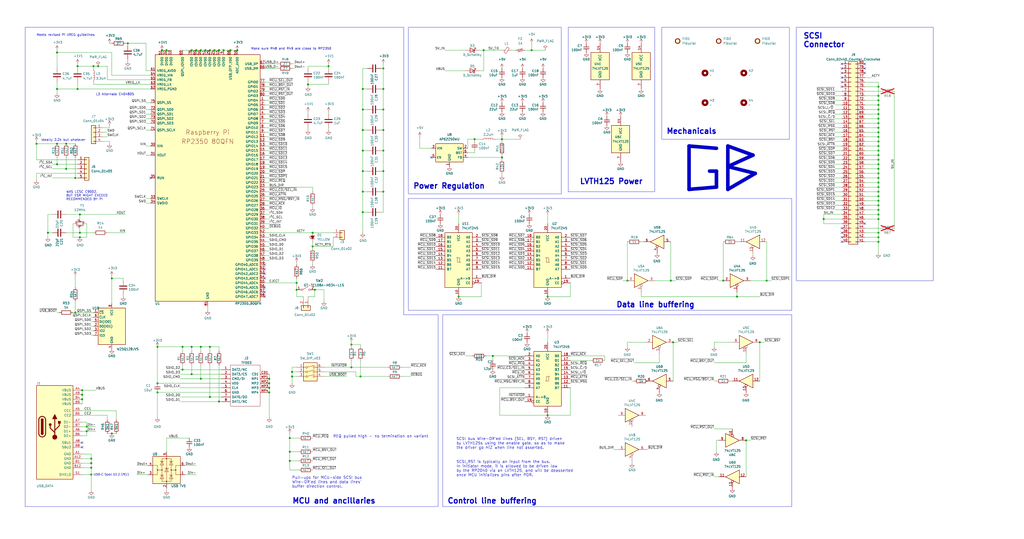
<source format=kicad_sch>
(kicad_sch (version 20230121) (generator eeschema)
  (paper "User" 570.001 299.999)
  (title_block (title "GBSCSI 2 Wide") (date "2025-03-09") (rev "0.1") (comment 1 "Drawn by; George Rudolf Mezzomo") (comment 2 "GBSCSI model 2, SCA header, 3.5\" form factor compatible, discrete RP2350"))
  (junction (at 109.22 27.94))
  (junction (at 488.95 116.84))
  (junction (at 415.29 245.11))
  (junction (at 101.6 205.74))
  (junction (at 162.56 209.55))
  (junction (at 106.68 193.04))
  (junction (at 201.93 106.68))
  (junction (at 62.23 241.3))
  (junction (at 195.58 191.77))
  (junction (at 201.93 83.82))
  (junction (at 106.68 208.28))
  (junction (at 488.95 73.66))
  (junction (at 488.95 109.22))
  (junction (at 50.8 257.81))
  (junction (at 488.95 114.3))
  (junction (at 121.92 223.52))
  (junction (at 201.93 72.39))
  (junction (at 488.95 88.9))
  (junction (at 488.95 119.38))
  (junction (at 213.36 106.68))
  (junction (at 488.95 106.68))
  (junction (at 175.26 161.29))
  (junction (at 279.4 87.63))
  (junction (at 182.88 36.83))
  (junction (at 295.91 27.94))
  (junction (at 161.29 243.84))
  (junction (at 269.24 27.94))
  (junction (at 44.45 119.38))
  (junction (at 165.1 157.48))
  (junction (at 50.8 260.35))
  (junction (at 488.95 132.08))
  (junction (at 201.93 60.96))
  (junction (at 213.36 83.82))
  (junction (at 213.36 38.1))
  (junction (at 488.95 96.52))
  (junction (at 45.72 222.25))
  (junction (at 195.58 204.47))
  (junction (at 374.65 190.5))
  (junction (at 111.76 210.82))
  (junction (at 71.12 24.13))
  (junction (at 92.71 27.94))
  (junction (at 87.63 218.44))
  (junction (at 488.95 129.54))
  (junction (at 149.86 215.9))
  (junction (at 20.32 80.01))
  (junction (at 213.36 72.39))
  (junction (at 101.6 193.04))
  (junction (at 161.29 256.54))
  (junction (at 402.59 156.21))
  (junction (at 45.72 219.71))
  (junction (at 41.91 99.06))
  (junction (at 149.86 213.36))
  (junction (at 48.26 240.03) (diameter 0.9144))
  (junction (at 43.18 49.53))
  (junction (at 488.95 83.82))
  (junction (at 349.25 156.21))
  (junction (at 173.99 129.54))
  (junction (at 50.8 255.27))
  (junction (at 488.95 71.12))
  (junction (at 488.95 66.04))
  (junction (at 488.95 78.74))
  (junction (at 458.47 121.92))
  (junction (at 50.8 264.16))
  (junction (at 31.75 80.01))
  (junction (at 132.08 27.94))
  (junction (at 488.95 60.96))
  (junction (at 173.99 137.16))
  (junction (at 44.45 129.54))
  (junction (at 149.86 210.82))
  (junction (at 161.29 251.46))
  (junction (at 488.95 81.28))
  (junction (at 31.75 91.44))
  (junction (at 149.86 218.44))
  (junction (at 304.8 165.1))
  (junction (at 488.95 101.6))
  (junction (at 255.27 165.1))
  (junction (at 45.72 217.17))
  (junction (at 201.93 49.53))
  (junction (at 488.95 58.42))
  (junction (at 213.36 95.25))
  (junction (at 213.36 49.53))
  (junction (at 41.91 173.99))
  (junction (at 488.95 53.34))
  (junction (at 274.32 198.12))
  (junction (at 488.95 111.76))
  (junction (at 44.45 132.08))
  (junction (at 43.18 36.83))
  (junction (at 373.38 156.21))
  (junction (at 121.92 27.94))
  (junction (at 488.95 104.14))
  (junction (at 201.93 95.25))
  (junction (at 90.17 27.94))
  (junction (at 488.95 48.26))
  (junction (at 124.46 27.94))
  (junction (at 111.76 193.04))
  (junction (at 426.72 156.21))
  (junction (at 31.75 49.53))
  (junction (at 114.3 27.94))
  (junction (at 488.95 93.98))
  (junction (at 201.93 118.11))
  (junction (at 304.8 231.14))
  (junction (at 119.38 27.94))
  (junction (at 116.84 27.94))
  (junction (at 264.16 77.47))
  (junction (at 62.23 154.94))
  (junction (at 36.83 93.98))
  (junction (at 116.84 193.04))
  (junction (at 422.91 190.5))
  (junction (at 52.07 36.83))
  (junction (at 410.21 165.1))
  (junction (at 488.95 76.2))
  (junction (at 488.95 121.92))
  (junction (at 171.45 46.99))
  (junction (at 106.68 27.94))
  (junction (at 488.95 55.88))
  (junction (at 26.67 129.54))
  (junction (at 488.95 99.06))
  (junction (at 162.56 207.01))
  (junction (at 116.84 220.98))
  (junction (at 488.95 91.44))
  (junction (at 87.63 213.36))
  (junction (at 111.76 27.94))
  (junction (at 279.4 77.47))
  (junction (at 488.95 68.58))
  (junction (at 36.83 80.01))
  (junction (at 213.36 60.96))
  (junction (at 54.61 36.83))
  (junction (at 200.66 209.55))
  (junction (at 48.26 237.49) (diameter 0.9144))
  (junction (at 87.63 193.04))
  (junction (at 165.1 161.29))
  (junction (at 488.95 134.62))
  (junction (at 128.27 27.94))
  (junction (at 488.95 63.5))
  (junction (at 31.75 29.21))
  (junction (at 488.95 86.36))
  (no_connect (at 83.82 99.06))
  (no_connect (at 45.72 248.92))
  (no_connect (at 481.33 124.46))
  (no_connect (at 468.63 43.18))
  (no_connect (at 147.32 165.1))
  (no_connect (at 147.32 160.02))
  (no_connect (at 468.63 45.72))
  (no_connect (at 468.63 129.54))
  (no_connect (at 468.63 35.56))
  (no_connect (at 468.63 38.1))
  (no_connect (at 240.03 87.63))
  (no_connect (at 147.32 154.94))
  (no_connect (at 468.63 40.64))
  (no_connect (at 468.63 134.62))
  (no_connect (at 468.63 132.08))
  (no_connect (at 147.32 162.56))
  (no_connect (at 481.33 35.56))
  (no_connect (at 481.33 40.64))
  (no_connect (at 147.32 147.32))
  (no_connect (at 147.32 152.4))
  (no_connect (at 468.63 127))
  (no_connect (at 481.33 38.1))
  (no_connect (at 45.72 246.38))
  (no_connect (at 468.63 48.26))
  (no_connect (at 147.32 149.86))
  (wire (pts (xy 57.15 78.74) (xy 60.96 78.74)))
  (wire (pts (xy 149.86 60.96) (xy 147.32 60.96)))
  (wire (pts (xy 204.47 106.68) (xy 201.93 106.68)))
  (wire (pts (xy 201.93 95.25) (xy 201.93 106.68)))
  (wire (pts (xy 36.83 87.63) (xy 36.83 93.98)))
  (wire (pts (xy 149.86 50.8) (xy 147.32 50.8)))
  (wire (pts (xy 26.67 129.54) (xy 26.67 132.08)))
  (wire (pts (xy 279.4 76.2) (xy 279.4 77.47)))
  (wire (pts (xy 87.63 193.04) (xy 101.6 193.04)))
  (wire (pts (xy 62.23 41.91) (xy 83.82 41.91)))
  (wire (pts (xy 195.58 204.47) (xy 215.9 204.47)))
  (wire (pts (xy 81.28 24.13) (xy 81.28 39.37)))
  (wire (pts (xy 41.91 153.67) (xy 41.91 160.02)))
  (wire (pts (xy 488.95 106.68) (xy 488.95 109.22)))
  (wire (pts (xy 201.93 118.11) (xy 201.93 129.54)))
  (wire (pts (xy 105.41 243.84) (xy 92.71 243.84)))
  (wire (pts (xy 149.86 132.08) (xy 147.32 132.08)))
  (wire (pts (xy 83.82 72.39) (xy 81.28 72.39)))
  (wire (pts (xy 106.68 193.04) (xy 101.6 193.04)))
  (wire (pts (xy 488.95 101.6) (xy 488.95 104.14)))
  (wire (pts (xy 90.17 27.94) (xy 92.71 27.94)))
  (wire (pts (xy 274.32 198.12) (xy 292.1 198.12)))
  (wire (pts (xy 278.13 215.9) (xy 278.13 231.14)))
  (wire (pts (xy 100.33 208.28) (xy 106.68 208.28)))
  (wire (pts (xy 100.33 220.98) (xy 116.84 220.98)))
  (wire (pts (xy 50.8 260.35) (xy 50.8 264.16)))
  (wire (pts (xy 123.19 218.44) (xy 87.63 218.44)))
  (wire (pts (xy 481.33 73.66) (xy 488.95 73.66)))
  (wire (pts (xy 201.93 83.82) (xy 201.93 72.39)))
  (wire (pts (xy 147.32 35.56) (xy 154.94 35.56)))
  (wire (pts (xy 166.37 256.54) (xy 161.29 256.54)))
  (wire (pts (xy 464.82 83.82) (xy 468.63 83.82)))
  (wire (pts (xy 402.59 134.62) (xy 402.59 156.21)))
  (wire (pts (xy 397.51 212.09) (xy 398.78 212.09)))
  (polyline (pts (xy 243.84 281.94) (xy 243.84 175.26)))
  (wire (pts (xy 62.23 154.94) (xy 62.23 168.91)))
  (wire (pts (xy 481.33 93.98) (xy 488.95 93.98)))
  (wire (pts (xy 317.5 231.14) (xy 317.5 215.9)))
  (wire (pts (xy 46.99 124.46) (xy 48.26 124.46)))
  (wire (pts (xy 464.82 60.96) (xy 468.63 60.96)))
  (polyline (pts (xy 440.69 281.94) (xy 440.69 175.26)))
  (wire (pts (xy 162.56 209.55) (xy 165.1 209.55)))
  (wire (pts (xy 213.36 83.82) (xy 213.36 95.25)))
  (wire (pts (xy 488.95 93.98) (xy 488.95 96.52)))
  (wire (pts (xy 111.76 193.04) (xy 106.68 193.04)))
  (wire (pts (xy 165.1 146.05) (xy 165.1 147.32)))
  (wire (pts (xy 304.8 185.42) (xy 304.8 190.5)))
  (wire (pts (xy 377.19 190.5) (xy 374.65 190.5)))
  (wire (pts (xy 36.83 119.38) (xy 44.45 119.38)))
  (wire (pts (xy 464.82 99.06) (xy 468.63 99.06)))
  (wire (pts (xy 269.24 39.37) (xy 266.7 39.37)))
  (wire (pts (xy 464.82 109.22) (xy 468.63 109.22)))
  (polyline (pts (xy 224.79 175.26) (xy 224.79 15.24)))
  (wire (pts (xy 488.95 96.52) (xy 488.95 99.06)))
  (wire (pts (xy 109.22 264.16) (xy 102.87 264.16)))
  (wire (pts (xy 180.34 207.01) (xy 198.12 207.01)))
  (wire (pts (xy 43.18 36.83) (xy 52.07 36.83)))
  (wire (pts (xy 171.45 36.83) (xy 182.88 36.83)))
  (wire (pts (xy 147.32 157.48) (xy 165.1 157.48)))
  (wire (pts (xy 464.82 50.8) (xy 468.63 50.8)))
  (wire (pts (xy 173.99 134.62) (xy 173.99 137.16)))
  (wire (pts (xy 149.86 63.5) (xy 147.32 63.5)))
  (wire (pts (xy 81.28 63.5) (xy 83.82 63.5)))
  (wire (pts (xy 109.22 259.08) (xy 102.87 259.08)))
  (wire (pts (xy 171.45 71.12) (xy 171.45 72.39)))
  (wire (pts (xy 100.33 210.82) (xy 111.76 210.82)))
  (wire (pts (xy 481.33 99.06) (xy 488.95 99.06)))
  (wire (pts (xy 464.82 93.98) (xy 468.63 93.98)))
  (wire (pts (xy 267.97 165.1) (xy 255.27 165.1)))
  (wire (pts (xy 180.34 161.29) (xy 180.34 167.64)))
  (wire (pts (xy 198.12 207.01) (xy 198.12 209.55)))
  (wire (pts (xy 83.82 57.15) (xy 81.28 57.15)))
  (wire (pts (xy 29.21 119.38) (xy 26.67 119.38)))
  (wire (pts (xy 173.99 137.16) (xy 173.99 138.43)))
  (wire (pts (xy 121.92 193.04) (xy 121.92 195.58)))
  (wire (pts (xy 149.86 81.28) (xy 147.32 81.28)))
  (wire (pts (xy 111.76 210.82) (xy 123.19 210.82)))
  (wire (pts (xy 60.96 71.12) (xy 60.96 69.85)))
  (wire (pts (xy 162.56 207.01) (xy 162.56 209.55)))
  (wire (pts (xy 317.5 198.12) (xy 336.55 198.12)))
  (wire (pts (xy 182.88 46.99) (xy 182.88 45.72)))
  (wire (pts (xy 161.29 256.54) (xy 161.29 251.46)))
  (wire (pts (xy 419.1 142.24) (xy 419.1 140.97)))
  (wire (pts (xy 36.83 93.98) (xy 43.18 93.98)))
  (wire (pts (xy 43.18 45.72) (xy 43.18 49.53)))
  (wire (pts (xy 149.86 106.68) (xy 147.32 106.68)))
  (wire (pts (xy 165.1 161.29) (xy 165.1 165.1)))
  (wire (pts (xy 488.95 132.08) (xy 488.95 134.62)))
  (polyline (pts (xy 420.37 96.52) (xy 405.13 92.71)) (stroke (width 2)))
  (wire (pts (xy 481.33 68.58) (xy 488.95 68.58)))
  (wire (pts (xy 341.63 250.19) (xy 344.17 250.19)))
  (wire (pts (xy 41.91 167.64) (xy 41.91 173.99)))
  (wire (pts (xy 264.16 77.47) (xy 264.16 78.74)))
  (wire (pts (xy 488.95 114.3) (xy 488.95 116.84)))
  (wire (pts (xy 149.86 142.24) (xy 147.32 142.24)))
  (wire (pts (xy 240.03 82.55) (xy 233.68 82.55)))
  (wire (pts (xy 488.95 73.66) (xy 488.95 76.2)))
  (wire (pts (xy 397.51 201.93) (xy 415.29 201.93)))
  (wire (pts (xy 64.77 228.6) (xy 45.72 228.6)))
  (wire (pts (xy 29.21 93.98) (xy 36.83 93.98)))
  (polyline (pts (xy 440.69 110.49) (xy 227.33 110.49)))
  (wire (pts (xy 213.36 49.53) (xy 213.36 60.96)))
  (wire (pts (xy 464.82 71.12) (xy 468.63 71.12)))
  (wire (pts (xy 128.27 27.94) (xy 132.08 27.94)))
  (wire (pts (xy 488.95 119.38) (xy 488.95 121.92)))
  (wire (pts (xy 71.12 24.13) (xy 71.12 25.4)))
  (wire (pts (xy 173.99 137.16) (xy 185.42 137.16)))
  (wire (pts (xy 101.6 205.74) (xy 123.19 205.74)))
  (wire (pts (xy 20.32 80.01) (xy 20.32 88.9)))
  (wire (pts (xy 48.26 240.03) (xy 48.26 242.57)))
  (wire (pts (xy 173.99 129.54) (xy 185.42 129.54)))
  (wire (pts (xy 92.71 243.84) (xy 92.71 251.46)))
  (wire (pts (xy 247.65 27.94) (xy 259.08 27.94)))
  (wire (pts (xy 45.72 234.95) (xy 48.26 234.95)))
  (wire (pts (xy 468.63 124.46) (xy 458.47 124.46)))
  (wire (pts (xy 289.56 77.47) (xy 279.4 77.47)))
  (wire (pts (xy 162.56 209.55) (xy 162.56 213.36)))
  (wire (pts (xy 284.48 27.94) (xy 287.02 27.94)))
  (polyline (pts (xy 383.54 81.28) (xy 383.54 105.41)) (stroke (width 2)))
  (wire (pts (xy 149.86 55.88) (xy 147.32 55.88)))
  (wire (pts (xy 398.78 245.11) (xy 398.78 251.46)))
  (wire (pts (xy 266.7 27.94) (xy 269.24 27.94)))
  (wire (pts (xy 264.16 77.47) (xy 267.97 77.47)))
  (wire (pts (xy 36.83 80.01) (xy 41.91 80.01)))
  (polyline (pts (xy 405.13 105.41) (xy 420.37 96.52)) (stroke (width 2)))
  (wire (pts (xy 269.24 27.94) (xy 269.24 39.37)))
  (wire (pts (xy 116.84 27.94) (xy 119.38 27.94)))
  (wire (pts (xy 275.59 77.47) (xy 279.4 77.47)))
  (wire (pts (xy 52.07 181.61) (xy 50.8 181.61)))
  (wire (pts (xy 204.47 83.82) (xy 201.93 83.82)))
  (wire (pts (xy 303.53 27.94) (xy 295.91 27.94)))
  (wire (pts (xy 351.79 257.81) (xy 351.79 256.54)))
  (wire (pts (xy 171.45 38.1) (xy 171.45 36.83)))
  (wire (pts (xy 397.51 265.43) (xy 400.05 265.43)))
  (wire (pts (xy 464.82 106.68) (xy 468.63 106.68)))
  (wire (pts (xy 147.32 129.54) (xy 173.99 129.54)))
  (polyline (pts (xy 398.78 82.55) (xy 383.54 81.28)) (stroke (width 2)))
  (wire (pts (xy 260.35 87.63) (xy 279.4 87.63)))
  (wire (pts (xy 36.83 129.54) (xy 44.45 129.54)))
  (wire (pts (xy 106.68 203.2) (xy 106.68 208.28)))
  (wire (pts (xy 488.95 60.96) (xy 488.95 63.5)))
  (wire (pts (xy 228.6 209.55) (xy 223.52 209.55)))
  (wire (pts (xy 111.76 27.94) (xy 114.3 27.94)))
  (wire (pts (xy 149.86 96.52) (xy 147.32 96.52)))
  (wire (pts (xy 149.86 101.6) (xy 147.32 101.6)))
  (wire (pts (xy 87.63 213.36) (xy 87.63 193.04)))
  (wire (pts (xy 488.95 76.2) (xy 488.95 78.74)))
  (wire (pts (xy 100.33 205.74) (xy 101.6 205.74)))
  (wire (pts (xy 497.84 127) (xy 497.84 50.8)))
  (wire (pts (xy 212.09 72.39) (xy 213.36 72.39)))
  (wire (pts (xy 270.51 198.12) (xy 274.32 198.12)))
  (wire (pts (xy 415.29 245.11) (xy 415.29 265.43)))
  (wire (pts (xy 213.36 35.56) (xy 213.36 38.1)))
  (wire (pts (xy 100.33 215.9) (xy 123.19 215.9)))
  (wire (pts (xy 48.26 242.57) (xy 45.72 242.57)))
  (polyline (pts (xy 405.13 81.28) (xy 419.1 86.36)) (stroke (width 2)))
  (wire (pts (xy 149.86 83.82) (xy 147.32 83.82)))
  (wire (pts (xy 44.45 129.54) (xy 52.07 129.54)))
  (polyline (pts (xy 13.97 15.24) (xy 224.79 15.24)))
  (wire (pts (xy 162.56 35.56) (xy 163.83 35.56)))
  (wire (pts (xy 50.8 257.81) (xy 50.8 260.35)))
  (wire (pts (xy 149.86 127) (xy 147.32 127)))
  (wire (pts (xy 349.25 190.5) (xy 349.25 193.04)))
  (wire (pts (xy 111.76 203.2) (xy 111.76 210.82)))
  (wire (pts (xy 41.91 87.63) (xy 41.91 99.06)))
  (wire (pts (xy 173.99 146.05) (xy 173.99 147.32)))
  (polyline (pts (xy 440.69 172.72) (xy 440.69 110.49)))
  (polyline (pts (xy 246.38 175.26) (xy 440.69 175.26)))
  (wire (pts (xy 100.33 223.52) (xy 121.92 223.52)))
  (wire (pts (xy 149.86 109.22) (xy 147.32 109.22)))
  (wire (pts (xy 165.1 204.47) (xy 162.56 204.47)))
  (wire (pts (xy 247.65 39.37) (xy 259.08 39.37)))
  (wire (pts (xy 45.72 224.79) (xy 45.72 222.25)))
  (wire (pts (xy 488.95 81.28) (xy 488.95 83.82)))
  (polyline (pts (xy 227.33 110.49) (xy 227.33 172.72)))
  (wire (pts (xy 464.82 63.5) (xy 468.63 63.5)))
  (wire (pts (xy 279.4 96.52) (xy 279.4 97.79)))
  (wire (pts (xy 481.33 109.22) (xy 488.95 109.22)))
  (wire (pts (xy 101.6 203.2) (xy 101.6 205.74)))
  (wire (pts (xy 50.8 264.16) (xy 50.8 273.05)))
  (wire (pts (xy 149.86 121.92) (xy 147.32 121.92)))
  (wire (pts (xy 50.8 252.73) (xy 50.8 255.27)))
  (wire (pts (xy 488.95 53.34) (xy 488.95 55.88)))
  (wire (pts (xy 44.45 119.38) (xy 44.45 121.92)))
  (wire (pts (xy 279.4 87.63) (xy 279.4 88.9)))
  (wire (pts (xy 45.72 252.73) (xy 50.8 252.73)))
  (wire (pts (xy 149.86 91.44) (xy 147.32 91.44)))
  (wire (pts (xy 349.25 190.5) (xy 359.41 190.5)))
  (wire (pts (xy 274.32 200.66) (xy 274.32 198.12)))
  (wire (pts (xy 481.33 129.54) (xy 488.95 129.54)))
  (wire (pts (xy 233.68 82.55) (xy 233.68 76.2)))
  (wire (pts (xy 82.55 264.16) (xy 76.2 264.16)))
  (wire (pts (xy 488.95 109.22) (xy 488.95 111.76)))
  (wire (pts (xy 48.26 124.46) (xy 48.26 132.08)))
  (polyline (pts (xy 405.13 81.28) (xy 405.13 105.41)) (stroke (width 2)))
  (wire (pts (xy 82.55 259.08) (xy 76.2 259.08)))
  (wire (pts (xy 64.77 233.68) (xy 64.77 228.6)))
  (wire (pts (xy 182.88 71.12) (xy 182.88 72.39)))
  (wire (pts (xy 406.4 212.09) (xy 407.67 212.09)))
  (wire (pts (xy 464.82 96.52) (xy 468.63 96.52)))
  (wire (pts (xy 149.86 111.76) (xy 147.32 111.76)))
  (wire (pts (xy 20.32 80.01) (xy 31.75 80.01)))
  (wire (pts (xy 149.86 99.06) (xy 147.32 99.06)))
  (wire (pts (xy 264.16 77.47) (xy 260.35 77.47)))
  (wire (pts (xy 121.92 27.94) (xy 124.46 27.94)))
  (wire (pts (xy 260.35 85.09) (xy 264.16 85.09)))
  (wire (pts (xy 161.29 243.84) (xy 166.37 243.84)))
  (wire (pts (xy 81.28 60.96) (xy 83.82 60.96)))
  (wire (pts (xy 278.13 231.14) (xy 304.8 231.14)))
  (wire (pts (xy 481.33 116.84) (xy 488.95 116.84)))
  (wire (pts (xy 71.12 34.29) (xy 71.12 33.02)))
  (wire (pts (xy 171.45 46.99) (xy 182.88 46.99)))
  (wire (pts (xy 62.23 153.67) (xy 62.23 154.94)))
  (wire (pts (xy 149.86 48.26) (xy 147.32 48.26)))
  (wire (pts (xy 200.66 193.04) (xy 200.66 191.77)))
  (wire (pts (xy 116.84 193.04) (xy 121.92 193.04)))
  (wire (pts (xy 149.86 215.9) (xy 149.86 218.44)))
  (wire (pts (xy 149.86 119.38) (xy 147.32 119.38)))
  (wire (pts (xy 195.58 190.5) (xy 195.58 191.77)))
  (wire (pts (xy 48.26 237.49) (xy 45.72 237.49)))
  (wire (pts (xy 260.35 77.47) (xy 260.35 82.55)))
  (wire (pts (xy 417.83 156.21) (xy 426.72 156.21)))
  (wire (pts (xy 360.68 250.19) (xy 359.41 250.19)))
  (wire (pts (xy 426.72 156.21) (xy 426.72 134.62)))
  (wire (pts (xy 422.91 190.5) (xy 422.91 212.09)))
  (wire (pts (xy 180.34 209.55) (xy 193.04 209.55)))
  (wire (pts (xy 464.82 53.34) (xy 468.63 53.34)))
  (wire (pts (xy 464.82 58.42) (xy 468.63 58.42)))
  (wire (pts (xy 212.09 106.68) (xy 213.36 106.68)))
  (wire (pts (xy 111.76 193.04) (xy 116.84 193.04)))
  (wire (pts (xy 481.33 81.28) (xy 488.95 81.28)))
  (wire (pts (xy 292.1 215.9) (xy 278.13 215.9)))
  (wire (pts (xy 481.33 127) (xy 490.22 127)))
  (wire (pts (xy 92.71 271.78) (xy 92.71 273.05)))
  (wire (pts (xy 468.63 78.74) (xy 464.82 78.74)))
  (wire (pts (xy 171.45 45.72) (xy 171.45 46.99)))
  (wire (pts (xy 488.95 45.72) (xy 488.95 48.26)))
  (wire (pts (xy 464.82 76.2) (xy 468.63 76.2)))
  (wire (pts (xy 31.75 80.01) (xy 36.83 80.01)))
  (wire (pts (xy 62.23 241.3) (xy 59.69 241.3)))
  (wire (pts (xy 114.3 27.94) (xy 116.84 27.94)))
  (wire (pts (xy 481.33 91.44) (xy 488.95 91.44)))
  (wire (pts (xy 292.1 27.94) (xy 295.91 27.94)))
  (wire (pts (xy 481.33 55.88) (xy 488.95 55.88)))
  (wire (pts (xy 488.95 78.74) (xy 488.95 81.28)))
  (wire (pts (xy 53.34 217.17) (xy 45.72 217.17)))
  (wire (pts (xy 464.82 104.14) (xy 468.63 104.14)))
  (wire (pts (xy 180.34 204.47) (xy 195.58 204.47)))
  (wire (pts (xy 68.58 154.94) (xy 62.23 154.94)))
  (wire (pts (xy 149.86 73.66) (xy 147.32 73.66)))
  (wire (pts (xy 212.09 118.11) (xy 213.36 118.11)))
  (polyline (pts (xy 419.1 86.36) (xy 419.1 86.36)) (stroke (width 2)))
  (wire (pts (xy 83.82 110.49) (xy 81.28 110.49)))
  (wire (pts (xy 45.72 260.35) (xy 50.8 260.35)))
  (wire (pts (xy 400.05 156.21) (xy 402.59 156.21)))
  (wire (pts (xy 166.37 261.62) (xy 161.29 261.62)))
  (wire (pts (xy 212.09 83.82) (xy 213.36 83.82)))
  (wire (pts (xy 204.47 49.53) (xy 201.93 49.53)))
  (wire (pts (xy 481.33 48.26) (xy 488.95 48.26)))
  (wire (pts (xy 204.47 60.96) (xy 201.93 60.96)))
  (wire (pts (xy 195.58 191.77) (xy 200.66 191.77)))
  (wire (pts (xy 360.68 212.09) (xy 359.41 212.09)))
  (wire (pts (xy 83.82 113.03) (xy 81.28 113.03)))
  (wire (pts (xy 40.64 132.08) (xy 40.64 124.46)))
  (wire (pts (xy 468.63 119.38) (xy 458.47 119.38)))
  (wire (pts (xy 464.82 101.6) (xy 468.63 101.6)))
  (wire (pts (xy 464.82 88.9) (xy 468.63 88.9)))
  (wire (pts (xy 259.08 198.12) (xy 262.89 198.12)))
  (wire (pts (xy 173.99 115.57) (xy 173.99 114.3)))
  (wire (pts (xy 149.86 88.9) (xy 147.32 88.9)))
  (wire (pts (xy 168.91 165.1) (xy 168.91 166.37)))
  (wire (pts (xy 364.49 156.21) (xy 373.38 156.21)))
  (wire (pts (xy 40.64 124.46) (xy 41.91 124.46)))
  (wire (pts (xy 52.07 36.83) (xy 52.07 38.1)))
  (wire (pts (xy 488.95 55.88) (xy 488.95 58.42)))
  (wire (pts (xy 488.95 88.9) (xy 488.95 91.44)))
  (wire (pts (xy 45.72 255.27) (xy 50.8 255.27)))
  (wire (pts (xy 185.42 132.08) (xy 185.42 137.16)))
  (wire (pts (xy 149.86 58.42) (xy 147.32 58.42)))
  (wire (pts (xy 149.86 71.12) (xy 147.32 71.12)))
  (wire (pts (xy 149.86 213.36) (xy 149.86 215.9)))
  (wire (pts (xy 200.66 200.66) (xy 200.66 209.55)))
  (wire (pts (xy 116.84 193.04) (xy 116.84 195.58)))
  (wire (pts (xy 162.56 204.47) (xy 162.56 207.01)))
  (wire (pts (xy 213.36 38.1) (xy 213.36 49.53)))
  (wire (pts (xy 106.68 27.94) (xy 109.22 27.94)))
  (polyline (pts (xy 246.38 175.26) (xy 246.38 281.94)))
  (wire (pts (xy 410.21 165.1) (xy 356.87 165.1)))
  (wire (pts (xy 45.72 264.16) (xy 50.8 264.16)))
  (wire (pts (xy 31.75 29.21) (xy 31.75 38.1)))
  (wire (pts (xy 116.84 203.2) (xy 116.84 220.98)))
  (wire (pts (xy 101.6 193.04) (xy 101.6 195.58)))
  (wire (pts (xy 212.09 49.53) (xy 213.36 49.53)))
  (wire (pts (xy 488.95 91.44) (xy 488.95 93.98)))
  (wire (pts (xy 149.86 76.2) (xy 147.32 76.2)))
  (wire (pts (xy 464.82 111.76) (xy 468.63 111.76)))
  (wire (pts (xy 31.75 49.53) (xy 43.18 49.53)))
  (wire (pts (xy 165.1 161.29) (xy 165.1 157.48)))
  (wire (pts (xy 481.33 45.72) (xy 488.95 45.72)))
  (wire (pts (xy 149.86 208.28) (xy 149.86 210.82)))
  (polyline (pts (xy 227.33 172.72) (xy 440.69 172.72)))
  (wire (pts (xy 166.37 251.46) (xy 161.29 251.46)))
  (wire (pts (xy 31.75 91.44) (xy 43.18 91.44)))
  (wire (pts (xy 149.86 144.78) (xy 147.32 144.78)))
  (wire (pts (xy 374.65 190.5) (xy 374.65 212.09)))
  (wire (pts (xy 101.6 27.94) (xy 106.68 27.94)))
  (wire (pts (xy 43.18 38.1) (xy 43.18 36.83)))
  (wire (pts (xy 485.14 43.18) (xy 481.33 43.18)))
  (wire (pts (xy 45.72 219.71) (xy 45.72 217.17)))
  (wire (pts (xy 213.36 72.39) (xy 213.36 83.82)))
  (wire (pts (xy 59.69 129.54) (xy 69.85 129.54)))
  (wire (pts (xy 304.8 231.14) (xy 317.5 231.14)))
  (wire (pts (xy 81.28 39.37) (xy 83.82 39.37)))
  (wire (pts (xy 161.29 243.84) (xy 161.29 251.46)))
  (wire (pts (xy 44.45 119.38) (xy 69.85 119.38)))
  (wire (pts (xy 397.51 190.5) (xy 397.51 193.04)))
  (wire (pts (xy 213.36 106.68) (xy 213.36 118.11)))
  (wire (pts (xy 149.86 86.36) (xy 147.32 86.36)))
  (wire (pts (xy 481.33 50.8) (xy 490.22 50.8)))
  (wire (pts (xy 161.29 261.62) (xy 161.29 256.54)))
  (wire (pts (xy 198.12 209.55) (xy 200.66 209.55)))
  (polyline (pts (xy 405.13 92.71) (xy 405.13 92.71)) (stroke (width 2)))
  (wire (pts (xy 295.91 27.94) (xy 295.91 24.13)))
  (wire (pts (xy 195.58 200.66) (xy 195.58 204.47)))
  (wire (pts (xy 20.32 96.52) (xy 43.18 96.52)))
  (polyline (pts (xy 420.37 96.52) (xy 420.37 96.52)) (stroke (width 2)))
  (wire (pts (xy 481.33 119.38) (xy 488.95 119.38)))
  (wire (pts (xy 417.83 245.11) (xy 415.29 245.11)))
  (wire (pts (xy 464.82 114.3) (xy 468.63 114.3)))
  (wire (pts (xy 425.45 190.5) (xy 422.91 190.5)))
  (wire (pts (xy 464.82 68.58) (xy 468.63 68.58)))
  (wire (pts (xy 175.26 161.29) (xy 175.26 165.1)))
  (polyline (pts (xy 243.84 175.26) (xy 224.79 175.26)))
  (wire (pts (xy 346.71 156.21) (xy 349.25 156.21)))
  (wire (pts (xy 57.15 73.66) (xy 59.69 73.66)))
  (wire (pts (xy 397.51 238.76) (xy 407.67 238.76)))
  (wire (pts (xy 81.28 81.28) (xy 83.82 81.28)))
  (wire (pts (xy 464.82 66.04) (xy 468.63 66.04)))
  (wire (pts (xy 161.29 241.3) (xy 161.29 243.84)))
  (wire (pts (xy 60.96 24.13) (xy 62.23 24.13)))
  (wire (pts (xy 356.87 134.62) (xy 358.14 134.62)))
  (wire (pts (xy 336.55 200.66) (xy 336.55 198.12)))
  (wire (pts (xy 481.33 60.96) (xy 488.95 60.96)))
  (wire (pts (xy 149.86 218.44) (xy 149.86 232.41)))
  (wire (pts (xy 213.36 60.96) (xy 213.36 72.39)))
  (wire (pts (xy 60.96 78.74) (xy 60.96 80.01)))
  (polyline (pts (xy 13.97 281.94) (xy 243.84 281.94)))
  (wire (pts (xy 201.93 72.39) (xy 201.93 60.96)))
  (wire (pts (xy 204.47 118.11) (xy 201.93 118.11)))
  (wire (pts (xy 83.82 86.36) (xy 81.28 86.36)))
  (wire (pts (xy 43.18 49.53) (xy 83.82 49.53)))
  (wire (pts (xy 317.5 157.48) (xy 317.5 165.1)))
  (wire (pts (xy 68.58 163.83) (xy 68.58 165.1)))
  (wire (pts (xy 481.33 114.3) (xy 488.95 114.3)))
  (wire (pts (xy 171.45 63.5) (xy 171.45 62.23)))
  (wire (pts (xy 488.95 111.76) (xy 488.95 114.3)))
  (wire (pts (xy 279.4 86.36) (xy 279.4 87.63)))
  (wire (pts (xy 481.33 53.34) (xy 488.95 53.34)))
  (wire (pts (xy 481.33 76.2) (xy 488.95 76.2)))
  (wire (pts (xy 182.88 35.56) (xy 182.88 36.83)))
  (wire (pts (xy 195.58 191.77) (xy 195.58 193.04)))
  (wire (pts (xy 488.95 140.97) (xy 488.95 134.62)))
  (wire (pts (xy 255.27 119.38) (xy 255.27 124.46)))
  (wire (pts (xy 52.07 46.99) (xy 52.07 45.72)))
  (wire (pts (xy 407.67 190.5) (xy 397.51 190.5)))
  (wire (pts (xy 149.86 210.82) (xy 149.86 213.36)))
  (wire (pts (xy 31.75 87.63) (xy 31.75 91.44)))
  (wire (pts (xy 468.63 81.28) (xy 464.82 81.28)))
  (polyline (pts (xy 394.97 95.25) (xy 398.78 95.25)) (stroke (width 2)))
  (wire (pts (xy 429.26 156.21) (xy 426.72 156.21)))
  (wire (pts (xy 458.47 124.46) (xy 458.47 121.92)))
  (wire (pts (xy 488.95 71.12) (xy 488.95 73.66)))
  (wire (pts (xy 31.75 27.94) (xy 31.75 29.21)))
  (wire (pts (xy 149.86 53.34) (xy 147.32 53.34)))
  (wire (pts (xy 373.38 134.62) (xy 373.38 156.21)))
  (wire (pts (xy 351.79 212.09) (xy 353.06 212.09)))
  (wire (pts (xy 212.09 60.96) (xy 213.36 60.96)))
  (polyline (pts (xy 405.13 92.71) (xy 419.1 86.36)) (stroke (width 2)))
  (polyline (pts (xy 13.97 281.94) (xy 13.97 15.24)))
  (wire (pts (xy 59.69 233.68) (xy 59.69 231.14)))
  (wire (pts (xy 481.33 96.52) (xy 488.95 96.52)))
  (wire (pts (xy 481.33 66.04) (xy 488.95 66.04)))
  (wire (pts (xy 415.29 201.93) (xy 415.29 196.85)))
  (wire (pts (xy 20.32 78.74) (xy 20.32 80.01)))
  (wire (pts (xy 400.05 245.11) (xy 398.78 245.11)))
  (wire (pts (xy 81.28 68.58) (xy 83.82 68.58)))
  (wire (pts (xy 149.86 134.62) (xy 147.32 134.62)))
  (wire (pts (xy 481.33 58.42) (xy 488.95 58.42)))
  (wire (pts (xy 68.58 156.21) (xy 68.58 154.94)))
  (wire (pts (xy 119.38 27.94) (xy 121.92 27.94)))
  (wire (pts (xy 59.69 44.45) (xy 59.69 36.83)))
  (wire (pts (xy 481.33 83.82) (xy 488.95 83.82)))
  (wire (pts (xy 481.33 78.74) (xy 488.95 78.74)))
  (wire (pts (xy 50.8 255.27) (xy 50.8 257.81)))
  (wire (pts (xy 83.82 44.45) (xy 59.69 44.45)))
  (wire (pts (xy 57.15 76.2) (xy 59.69 76.2)))
  (wire (pts (xy 488.95 66.04) (xy 488.95 68.58)))
  (wire (pts (xy 464.82 86.36) (xy 468.63 86.36)))
  (wire (pts (xy 147.32 104.14) (xy 173.99 104.14)))
  (wire (pts (xy 488.95 104.14) (xy 488.95 106.68)))
  (wire (pts (xy 269.24 27.94) (xy 279.4 27.94)))
  (wire (pts (xy 171.45 165.1) (xy 171.45 166.37)))
  (wire (pts (xy 149.86 45.72) (xy 147.32 45.72)))
  (wire (pts (xy 267.97 157.48) (xy 267.97 165.1)))
  (wire (pts (xy 111.76 193.04) (xy 111.76 195.58)))
  (wire (pts (xy 121.92 203.2) (xy 121.92 223.52)))
  (wire (pts (xy 422.91 165.1) (xy 410.21 165.1)))
  (wire (pts (xy 52.07 46.99) (xy 83.82 46.99)))
  (wire (pts (xy 20.32 96.52) (xy 20.32 100.33)))
  (wire (pts (xy 464.82 73.66) (xy 468.63 73.66)))
  (wire (pts (xy 29.21 99.06) (xy 41.91 99.06)))
  (wire (pts (xy 488.95 58.42) (xy 488.95 60.96)))
  (wire (pts (xy 41.91 173.99) (xy 52.07 173.99)))
  (wire (pts (xy 201.93 83.82) (xy 201.93 95.25)))
  (wire (pts (xy 41.91 99.06) (xy 43.18 99.06)))
  (wire (pts (xy 40.64 173.99) (xy 41.91 173.99)))
  (wire (pts (xy 356.87 165.1) (xy 356.87 162.56)))
  (wire (pts (xy 147.32 38.1) (xy 154.94 38.1)))
  (wire (pts (xy 54.61 36.83) (xy 59.69 36.83)))
  (wire (pts (xy 481.33 63.5) (xy 488.95 63.5)))
  (wire (pts (xy 488.95 129.54) (xy 488.95 132.08)))
  (wire (pts (xy 481.33 101.6) (xy 488.95 101.6)))
  (wire (pts (xy 481.33 86.36) (xy 488.95 86.36)))
  (wire (pts (xy 488.95 121.92) (xy 488.95 129.54)))
  (wire (pts (xy 204.47 95.25) (xy 201.93 95.25)))
  (wire (pts (xy 182.88 38.1) (xy 182.88 36.83)))
  (wire (pts (xy 304.8 119.38) (xy 304.8 124.46)))
  (wire (pts (xy 31.75 45.72) (xy 31.75 49.53)))
  (wire (pts (xy 201.93 60.96) (xy 201.93 49.53)))
  (wire (pts (xy 458.47 119.38) (xy 458.47 121.92)))
  (wire (pts (xy 201.93 106.68) (xy 201.93 118.11)))
  (wire (pts (xy 481.33 111.76) (xy 488.95 111.76)))
  (wire (pts (xy 481.33 88.9) (xy 488.95 88.9)))
  (wire (pts (xy 52.07 179.07) (xy 50.8 179.07)))
  (wire (pts (xy 464.82 116.84) (xy 468.63 116.84)))
  (wire (pts (xy 29.21 129.54) (xy 26.67 129.54)))
  (wire (pts (xy 375.92 156.21) (xy 373.38 156.21)))
  (wire (pts (xy 481.33 106.68) (xy 488.95 106.68)))
  (wire (pts (xy 121.92 223.52) (xy 123.19 223.52)))
  (wire (pts (xy 367.03 201.93) (xy 367.03 196.85)))
  (polyline (pts (xy 246.38 281.94) (xy 440.69 281.94)))
  (wire (pts (xy 50.8 176.53) (xy 52.07 176.53)))
  (wire (pts (xy 123.19 213.36) (xy 87.63 213.36)))
  (wire (pts (xy 71.12 24.13) (xy 81.28 24.13)))
  (wire (pts (xy 173.99 104.14) (xy 173.99 106.68)))
  (wire (pts (xy 109.22 27.94) (xy 111.76 27.94)))
  (wire (pts (xy 64.77 241.3) (xy 62.23 241.3)))
  (wire (pts (xy 149.86 124.46) (xy 147.32 124.46)))
  (wire (pts (xy 48.26 240.03) (xy 53.34 240.03)))
  (wire (pts (xy 488.95 68.58) (xy 488.95 71.12)))
  (wire (pts (xy 26.67 119.38) (xy 26.67 129.54)))
  (wire (pts (xy 59.69 231.14) (xy 45.72 231.14)))
  (wire (pts (xy 328.93 200.66) (xy 317.5 200.66)))
  (wire (pts (xy 165.1 154.94) (xy 165.1 157.48)))
  (wire (pts (xy 48.26 234.95) (xy 48.26 237.49)))
  (wire (pts (xy 481.33 121.92) (xy 488.95 121.92)))
  (wire (pts (xy 488.95 83.82) (xy 488.95 86.36)))
  (wire (pts (xy 31.75 29.21) (xy 62.23 29.21)))
  (wire (pts (xy 81.28 66.04) (xy 83.82 66.04)))
  (wire (pts (xy 204.47 72.39) (xy 201.93 72.39)))
  (wire (pts (xy 43.18 35.56) (xy 43.18 36.83)))
  (wire (pts (xy 165.1 165.1) (xy 168.91 165.1)))
  (wire (pts (xy 481.33 132.08) (xy 488.95 132.08)))
  (polyline (pts (xy 383.54 105.41) (xy 398.78 104.14)) (stroke (width 2)))
  (wire (pts (xy 488.95 99.06) (xy 488.95 101.6)))
  (wire (pts (xy 149.86 68.58) (xy 147.32 68.58)))
  (wire (pts (xy 124.46 27.94) (xy 128.27 27.94)))
  (wire (pts (xy 44.45 132.08) (xy 40.64 132.08)))
  (wire (pts (xy 57.15 71.12) (xy 60.96 71.12)))
  (wire (pts (xy 149.86 116.84) (xy 147.32 116.84)))
  (wire (pts (xy 87.63 218.44) (xy 87.63 232.41)))
  (wire (pts (xy 458.47 121.92) (xy 468.63 121.92)))
  (wire (pts (xy 171.45 46.99) (xy 171.45 48.26)))
  (wire (pts (xy 48.26 237.49) (xy 53.34 237.49)))
  (wire (pts (xy 464.82 55.88) (xy 468.63 55.88)))
  (wire (pts (xy 212.09 95.25) (xy 213.36 95.25)))
  (wire (pts (xy 106.68 208.28) (xy 123.19 208.28)))
  (wire (pts (xy 162.56 207.01) (xy 165.1 207.01)))
  (wire (pts (xy 149.86 114.3) (xy 147.32 114.3)))
  (wire (pts (xy 29.21 91.44) (xy 31.75 91.44)))
  (wire (pts (xy 149.86 66.04) (xy 147.32 66.04)))
  (wire (pts (xy 228.6 204.47) (xy 223.52 204.47)))
  (wire (pts (xy 488.95 48.26) (xy 488.95 53.34)))
  (wire (pts (xy 149.86 93.98) (xy 147.32 93.98)))
  (wire (pts (xy 264.16 85.09) (xy 264.16 83.82)))
  (wire (pts (xy 45.72 222.25) (xy 45.72 219.71)))
  (wire (pts (xy 349.25 134.62) (xy 349.25 156.21)))
  (wire (pts (xy 115.57 170.18) (xy 115.57 172.72)))
  (wire (pts (xy 481.33 134.62) (xy 488.95 134.62)))
  (wire (pts (xy 353.06 201.93) (xy 367.03 201.93)))
  (wire (pts (xy 48.26 132.08) (xy 44.45 132.08)))
  (wire (pts (xy 52.07 184.15) (xy 50.8 184.15)))
  (wire (pts (xy 69.85 24.13) (xy 71.12 24.13)))
  (wire (pts (xy 62.23 29.21) (xy 62.23 41.91)))
  (wire (pts (xy 488.95 63.5) (xy 488.95 66.04)))
  (wire (pts (xy 212.09 38.1) (xy 213.36 38.1)))
  (wire (pts (xy 20.32 88.9) (xy 43.18 88.9)))
  (wire (pts (xy 481.33 104.14) (xy 488.95 104.14)))
  (wire (pts (xy 149.86 78.74) (xy 147.32 78.74)))
  (wire (pts (xy 488.95 116.84) (xy 488.95 119.38)))
  (wire (pts (xy 410.21 162.56) (xy 410.21 165.1)))
  (wire (pts (xy 31.75 49.53) (xy 31.75 52.07)))
  (wire (pts (xy 175.26 161.29) (xy 180.34 161.29)))
  (wire (pts (xy 52.07 36.83) (xy 54.61 36.83)))
  (wire (pts (xy 213.36 95.25) (xy 213.36 106.68)))
  (wire (pts (xy 92.71 27.94) (xy 95.25 27.94)))
  (wire (pts (xy 317.5 165.1) (xy 304.8 165.1)))
  (wire (pts (xy 45.72 240.03) (xy 48.26 240.03)))
  (wire (pts (xy 45.72 257.81) (xy 50.8 257.81)))
  (wire (pts (xy 106.68 195.58) (xy 106.68 193.04)))
  (polyline (pts (xy 398.78 104.14) (xy 398.78 95.25)) (stroke (width 2)))
  (wire (pts (xy 201.93 49.53) (xy 201.93 38.1)))
  (wire (pts (xy 33.02 173.99) (xy 31.75 173.99)))
  (wire (pts (xy 52.07 186.69) (xy 50.8 186.69)))
  (wire (pts (xy 279.4 77.47) (xy 279.4 78.74)))
  (wire (pts (xy 204.47 38.1) (xy 201.93 38.1)))
  (wire (pts (xy 44.45 127) (xy 44.45 129.54)))
  (wire (pts (xy 149.86 137.16) (xy 147.32 137.16)))
  (wire (pts (xy 481.33 71.12) (xy 488.95 71.12)))
  (wire (pts (xy 116.84 220.98) (xy 123.19 220.98)))
  (wire (pts (xy 182.88 63.5) (xy 182.88 62.23)))
  (wire (pts (xy 171.45 165.1) (xy 175.26 165.1)))
  (wire (pts (xy 149.86 139.7) (xy 147.32 139.7)))
  (wire (pts (xy 488.95 86.36) (xy 488.95 88.9)))
  (wire (pts (xy 464.82 91.44) (xy 468.63 91.44)))
  (wire (pts (xy 162.56 38.1) (xy 163.83 38.1)))
  (wire (pts (xy 200.66 209.55) (xy 215.9 209.55)))
  (wire (pts (xy 410.21 134.62) (xy 411.48 134.62)))
  (rectangle (start 368.3 15.24) (end 439.42 77.47))
  (rectangle (start 316.23 15.24) (end 364.49 106.68))
  (rectangle (start 519.43 15.24) (end 443.23 156.21))
  (rectangle (start 227.33 15.24) (end 312.42 107.95))
  (text "Pull-ups for MCU-side SCSI bus\nWire-OR'ed lines and data lines'\nbuffer direction control." (at 162.56 271.78 0) (effects (font (size 1.524 1.524)) (justify left bottom)))
  (text "Meets revised Pi VREG guidelines" (at 20.32 20.32 0) (effects (font (size 1.27 1.27)) (justify left bottom)))
  (text "WAS LCSC C9002,\nBUT ESR MIGHT EXCEED\nRECOMMENDED BY PI" (at 36.83 111.76 0) (effects (font (size 1.27 1.27)) (justify left bottom)))
  (text "MCU and ancillaries" (at 162.56 280.67 0) (effects (font (size 3 3) (thickness 0.6) bold) (justify left bottom)))
  (text "SCSI_RST is typically an input from the bus.\nIn initiator mode, it is allowed to be driven low\nby the RP2040 via an LVTH125, and will be deasserted\nonce MCU initializes pins after POR." (at 254 265.43 0) (effects (font (size 1.524 1.524)) (justify left bottom)))
  (text "Data line buffering" (at 342.9 171.45 0) (effects (font (size 3 3) (thickness 0.6) bold) (justify left bottom)))
  (text "LVTH125 Power" (at 322.58 102.87 0) (effects (font (size 3 3) (thickness 0.6) bold) (justify left bottom)))
  (text "Power Regulation" (at 229.87 105.41 0) (effects (font (size 3 3) (thickness 0.6) bold) (justify left bottom)))
  (text "SCSI\nConnector\n" (at 447.04 26.67 0) (effects (font (size 3 3) (thickness 0.6) bold) (justify left bottom)))
  (text "L3 Alternate C404805" (at 53.34 53.34 0) (effects (font (size 1.27 1.27)) (justify left bottom)))
  (text "USB-C Spec §3.2.1¶11" (at 52.07 265.43 0) (effects (font (size 1.27 1.27)) (justify left bottom)))
  (text "Mechanicals" (at 370.84 74.93 0) (effects (font (size 3 3) (thickness 0.6) bold) (justify left bottom)))
  (text "Ideally 2.2k but whatever" (at 22.86 78.74 0) (effects (font (size 1.27 1.27)) (justify left bottom)))
  (text "REQ pulled high - no termination on variant" (at 185.42 243.84 0) (effects (font (size 1.524 1.524)) (justify left bottom)))
  (text "Control line buffering" (at 248.92 280.67 0) (effects (font (size 3 3) (thickness 0.6) bold) (justify left bottom)))
  (text "SCSI bus Wire-OR'ed lines (SEL, BSY, RST) driven\nby LVTH125s using the enable gate, so as to make\nthe driver go HiZ when line not asserted." (at 254 250.19 0) (effects (font (size 1.524 1.524)) (justify left bottom)))
  (text "Make sure R48 and R49 are close to RP2350" (at 139.7 27.94 0) (effects (font (size 1.27 1.27)) (justify left bottom)))
  (label "Din+" (at 53.34 240.03 180))
  (label "~{MCU_REQ}" (at 173.99 243.84 0))
  (label "QSPI_SS" (at 81.28 57.15 180))
  (label "BUS_DIR" (at 341.63 250.19 180))
  (label "~{MCU_SD5}" (at 292.1 137.16 180))
  (label "QSPI_SD0" (at 81.28 60.96 180))
  (label "~{MCU_CD{slash}SEL_IN}" (at 351.79 212.09 180))
  (label "XOUT" (at 69.85 119.38 180))
  (label "USB_D+" (at 147.32 35.56 0))
  (label "QSPI_SD3" (at 81.28 68.58 180))
  (label "I²C_SCL" (at 29.21 93.98 180))
  (label "~{MCU_SDP1}" (at 149.86 99.06 0))
  (label "~{MCU_SD12}" (at 242.57 142.24 180))
  (label "~{INITIATOR}" (at 292.1 220.98 180))
  (label "~{SCSI_SD14}" (at 267.97 147.32 0))
  (label "~{MCU_SDP1}" (at 400.05 156.21 180))
  (label "~{SCSI_SD5}" (at 317.5 137.16 0))
  (label "XIN" (at 81.28 81.28 180))
  (label "XOUT" (at 81.28 86.36 180))
  (label "~{BUS_DIR}" (at 317.5 154.94 0))
  (label "~{SCSI_SD12}" (at 267.97 142.24 0))
  (label "~{SCSI_SEL}" (at 464.82 68.58 180))
  (label "5V_IN" (at 247.65 27.94 180))
  (label "SDIO_CMD" (at 100.33 210.82 180))
  (label "VBUS" (at 247.65 39.37 180))
  (label "~{MCU_SD8}" (at 242.57 132.08 180))
  (label "~{MCU_SD14}" (at 242.57 147.32 180))
  (label "~{SCSI_SD13}" (at 267.97 144.78 0))
  (label "~{SCSI_SD9}" (at 464.82 55.88 180))
  (label "SDIO_D2" (at 100.33 205.74 180))
  (label "~{MCU_ACK}" (at 317.5 198.12 0))
  (label "~{SCSI_SD4}" (at 317.5 139.7 0))
  (label "~{SCSI_BSY}" (at 464.82 78.74 180))
  (label "QSPI_SD3" (at 50.8 186.69 180))
  (label "~{SCSI_SD2}" (at 317.5 144.78 0))
  (label "~{MCU_IO}" (at 292.1 208.28 180))
  (label "QSPI_SD0" (at 50.8 179.07 180))
  (label "QSPI_SD1" (at 50.8 181.61 180))
  (label "~{MCU_SD7}" (at 149.86 73.66 0))
  (label "SDIO_D2" (at 149.86 142.24 0))
  (label "I²C_SCL" (at 149.86 121.92 0))
  (label "~{SCSI_SD9}" (at 267.97 134.62 0))
  (label "~{MCU_SD15}" (at 149.86 93.98 0))
  (label "USB_D-" (at 147.32 38.1 0))
  (label "~{SCSI_SD8}" (at 464.82 58.42 180))
  (label "ACTY_RTN" (at 175.26 137.16 0))
  (label "~{SCSI_SD1}" (at 317.5 147.32 0))
  (label "~{MCU_SD2}" (at 149.86 60.96 0))
  (label "~{SCSI_RST}" (at 464.82 73.66 180))
  (label "QSPI_SD2" (at 81.28 66.04 180))
  (label "~{SCSI_SD15}" (at 464.82 109.22 180))
  (label "~{INITIATOR}" (at 184.15 204.47 0))
  (label "~{SCSI_SD14}" (at 464.82 111.76 180))
  (label "~{SCSI_SDP}" (at 464.82 83.82 180))
  (label "~{SCSI_MSG}" (at 317.5 213.36 0))
  (label "~{SCSI_ACK}" (at 259.08 198.12 180))
  (label "~{MCU_SD6}" (at 149.86 71.12 0))
  (label "~{MCU_BSY_OUT}" (at 149.86 48.26 0))
  (label "QSPI_SCLK" (at 81.28 72.39 180))
  (label "~{MCU_SD12}" (at 149.86 86.36 0))
  (label "SCSI_~{REQ}" (at 317.5 203.2 0))
  (label "~{MCU_SD11}" (at 242.57 139.7 180))
  (label "~{SCSI_SEL}" (at 377.19 190.5 0))
  (label "~{MCU_SD1}" (at 292.1 147.32 180))
  (label "~{DEBUG}" (at 149.86 127 0))
  (label "XIN" (at 69.85 129.54 180))
  (label "ACTY" (at 485.14 43.18 0))
  (label "~{MCU_RST_IN}" (at 149.86 50.8 0))
  (label "SCSI_~{REQ}" (at 464.82 63.5 180))
  (label "I²C_SDA" (at 29.21 91.44 180))
  (label "~{MCU_SD3}" (at 149.86 63.5 0))
  (label "SCSI_I{slash}~{O} " (at 317.5 208.28 0))
  (label "~{MCU_SD3}" (at 292.1 142.24 180))
  (label "SDIO_D1" (at 100.33 223.52 180))
  (label "~{SCSI_SD8}" (at 267.97 132.08 0))
  (label "SWCLK" (at 59.69 76.2 0))
  (label "~{SCSI_SD7}" (at 317.5 132.08 0))
  (label "~{MCU_REQ}" (at 292.1 203.2 180))
  (label "~{SCSI_SD10}" (at 464.82 53.34 180))
  (label "~{SCSI_SD13}" (at 464.82 114.3 180))
  (label "SWD" (at 81.28 113.03 180))
  (label "SWD" (at 59.69 73.66 0))
  (label "~{SCSI_SD12}" (at 464.82 116.84 180))
  (label "~{SCSI_SD7}" (at 464.82 86.36 180))
  (label "~{USB_BOOT}" (at 31.75 173.99 180))
  (label "~{MCU_IO}" (at 149.86 116.84 0))
  (label "~{MCU_SD0}" (at 149.86 55.88 0))
  (label "SDIO_D1" (at 149.86 139.7 0))
  (label "BUS_DIR" (at 149.86 104.14 0))
  (label "SDIO_D0" (at 100.33 220.98 180))
  (label "~{MCU_ATTN}" (at 149.86 109.22 0))
  (label "Din-" (at 109.22 264.16 180))
  (label "VBUS" (at 93.98 243.84 0))
  (label "SDIO_CMD" (at 149.86 134.62 0))
  (label "~{MCU_RST_OUT}" (at 173.99 256.54 0))
  (label "SWCLK" (at 81.28 110.49 180))
  (label "~{MCU_SD13}" (at 149.86 88.9 0))
  (label "QSPI_SD1" (at 81.28 63.5 180))
  (label "~{MCU_ACK}" (at 228.6 204.47 0))
  (label "5V_TIE" (at 271.78 27.94 0))
  (label "~{SCSI_SD11}" (at 464.82 50.8 180))
  (label "SDIO_CLK" (at 100.33 215.9 180))
  (label "~{SCSI_SD3}" (at 464.82 96.52 180))
  (label "~{SCSI_SD11}" (at 267.97 139.7 0))
  (label "~{MCU_CD{slash}SEL_IN}" (at 292.1 205.74 180))
  (label "~{SCSI_SD15}" (at 267.97 149.86 0))
  (label "~{MCU_SDP}" (at 149.86 96.52 0))
  (label "~{SCSI_SD4}" (at 464.82 93.98 180))
  (label "~{SCSI_ACK}" (at 464.82 76.2 180))
  (label "Din-" (at 53.34 237.49 180))
  (label "~{SCSI_SD0}" (at 317.5 149.86 0))
  (label "CC1" (at 50.8 228.6 180))
  (label "I²C_INT" (at 149.86 124.46 0))
  (label "~{MCU_SD14}" (at 149.86 91.44 0))
  (label "Dout-" (at 163.83 38.1 0))
  (label "~{MCU_RST_OUT}" (at 149.86 53.34 0))
  (label "SDIO_D3" (at 149.86 144.78 0))
  (label "QSPI_SD2" (at 50.8 184.15 180))
  (label "VBUS" (at 53.34 217.17 0))
  (label "~{MCU_SEL_OUT}" (at 173.99 261.62 0))
  (label "I²C_INT" (at 29.21 99.06 180))
  (label "~{SCSI_SD6}" (at 464.82 88.9 180))
  (label "~{SCSI_SD3}" (at 317.5 142.24 0))
  (label "SCSI_~{ATTN}" (at 292.1 210.82 180))
  (label "~{MCU_SD4}" (at 292.1 139.7 180))
  (label "5V_IN" (at 497.84 93.98 90))
  (label "Dout+" (at 76.2 259.08 0))
  (label "~{MCU_SD10}" (at 149.86 81.28 0))
  (label "SCSI_~{ATTN}" (at 464.82 81.28 180))
  (label "~{SCSI_SD6}" (at 317.5 134.62 0))
  (label "~{MCU_BSY_OUT}" (at 292.1 223.52 180))
  (label "~{MCU_SD11}" (at 149.86 83.82 0))
  (label "SDIO_D3" (at 100.33 208.28 180))
  (label "~{MCU_RST_IN}" (at 397.51 265.43 180))
  (label "~{SCSI_SD5}" (at 464.82 91.44 180))
  (label "~{BUS_DIR}" (at 267.97 154.94 0))
  (label "~{MCU_SD5}" (at 149.86 68.58 0))
  (label "QSPI_SS" (at 50.8 173.99 180))
  (label "~{MCU_SD7}" (at 292.1 132.08 180))
  (label "SDIO_D0" (at 149.86 137.16 0))
  (label "~{MCU_SD10}" (at 242.57 137.16 180))
  (label "~{MCU_MSG{slash}BSY_IN}" (at 397.51 212.09 180))
  (label "~{MCU_MSG{slash}BSY_IN}" (at 149.86 111.76 0))
  (label "~{MCU_SEL_OUT}" (at 353.06 201.93 180))
  (label "SCSI_~{C}{slash}D" (at 317.5 205.74 0))
  (label "~{MCU_ATTN}" (at 317.5 210.82 0))
  (label "~{MCU_ACK}" (at 149.86 114.3 0))
  (label "~{MCU_SD6}" (at 292.1 134.62 180))
  (label "~{MCU_SD13}" (at 242.57 144.78 180))
  (label "~{MCU_SEL_OUT}" (at 149.86 45.72 0))
  (label "CC2" (at 50.8 231.14 180))
  (label "Din+" (at 76.2 264.16 0))
  (label "~{SCSI_BSY}" (at 425.45 190.5 0))
  (label "~{SCSI_SDP1}" (at 429.26 156.21 0))
  (label "~{MCU_SD1}" (at 149.86 58.42 0))
  (label "~{MCU_SD9}" (at 149.86 78.74 0))
  (label "~{SCSI_SD0}" (at 464.82 104.14 180))
  (label "~{MCU_BSY_OUT}" (at 173.99 251.46 0))
  (label "~{MCU_RST_OUT}" (at 397.51 238.76 180))
  (label "~{MCU_BSY_OUT}" (at 397.51 201.93 180))
  (label "~{SCSI_MSG}" (at 464.82 71.12 180))
  (label "~{MCU_SD9}" (at 242.57 134.62 180))
  (label "SDIO_CLK" (at 149.86 132.08 0))
  (label "~{BUS_DIR}" (at 360.68 250.19 0))
  (label "~{MCU_SD2}" (at 292.1 144.78 180))
  (label "~{MCU_SD15}" (at 242.57 149.86 180))
  (label "I²C_SDA" (at 149.86 119.38 0))
  (label "SCSI_I{slash}~{O} " (at 464.82 60.96 180))
  (label "~{SCSI_SD1}" (at 464.82 101.6 180))
  (label "EJECT" (at 149.86 157.48 0))
  (label "~{SCSI_RST}" (at 417.83 245.11 0))
  (label "~{MCU_SDP}" (at 346.71 156.21 180))
  (label "SCSI_~{C}{slash}D" (at 464.82 66.04 180))
  (label "~{SCSI_ACK}" (at 292.1 200.66 180))
  (label "VREG_LX" (at 69.85 46.99 0))
  (label "~{MCU_CD{slash}SEL_IN}" (at 149.86 106.68 0))
  (label "5V_IN" (at 458.47 119.38 0))
  (label "~{USB_BOOT}" (at 193.04 209.55 180))
  (label "QSPI_SCLK" (at 50.8 176.53 180))
  (label "ACTY" (at 165.1 129.54 0))
  (label "~{DEBUG}" (at 228.6 209.55 0))
  (label "~{BUS_DIR}" (at 422.91 165.1 0))
  (label "~{MCU_REQ}" (at 149.86 101.6 0))
  (label "~{MCU_SD8}" (at 149.86 76.2 0))
  (label "~{SCSI_SD10}" (at 267.97 137.16 0))
  (label "~{MCU_SD4}" (at 149.86 66.04 0))
  (label "~{SCSI_SD2}" (at 464.82 99.06 180))
  (label "~{SCSI_SDP}" (at 375.92 156.21 0))
  (label "Dout-" (at 109.22 259.08 180))
  (label "~{SCSI_SDP1}" (at 464.82 106.68 180))
  (label "~{MCU_SD0}" (at 292.1 149.86 180))
  (label "~{MCU_MSG{slash}BSY_IN}" (at 292.1 213.36 180))
  (label "Dout+" (at 163.83 35.56 0))
  (symbol (lib_id "Switch:SW_SPST") (at 170.18 161.29 0) (unit 1)
    (property "Reference" "SW2" (at 177.8 156.21 0))
    (property "Value" "GT-TC108A-H034-L1S" (at 180.34 158.75 0))
    (property "Footprint" "GBSCSI:SW_Push_1P1T-MP_NO_Horizontal_Alps_SKRTLAE010" (effects hide))
  )
  (symbol (lib_id "power:GND") (at 31.75 52.07 0) (mirror y) (unit 1)
    (property "Reference" "#PWR0101" (effects hide))
    (property "Value" "GND" (at 31.75 55.88 0))
  )
  (symbol (lib_id "74xx:74LVC125") (at 334.01 36.83 0) (unit 5)
    (property "Reference" "U4" (at 332.74 35.56 0))
    (property "Value" "74LVT125" (at 334.01 38.1 0))
    (property "Footprint" "Package_SO:TSSOP-14_4.4x5mm_P0.65mm" (effects hide))
    (property "Datasheet" "http://www.ti.com/lit/gpn/sn74LVC125" (effects hide))
    (property "LCSC" "C7042" (effects hide))
    (property "LCSC Part #" "C7042" (effects hide))
  )
  (symbol (lib_id "power:GND") (at 62.23 194.31 0) (unit 1)
    (property "Reference" "#PWR092" (effects hide))
    (property "Value" "GND" (at 62.23 198.12 0))
  )
  (symbol (lib_id "Device:C") (at 43.18 41.91 0) (unit 1)
    (property "Reference" "C35" (at 46.101 41.0753 0) (effects (justify left)))
    (property "Value" "4.7uF" (at 46.101 43.6122 0) (effects (justify left)))
    (property "Footprint" "Capacitor_SMD:C_0603_1608Metric" (effects hide))
    (property "LCSC Part #" "C19666" (effects hide))
    (property "LCSC" "C19666" (effects hide))
  )
  (symbol (lib_id "Mechanical:Fiducial") (at 377.19 22.86 0) (unit 1)
    (property "Reference" "FID1" (at 379.73 21.59 0) (effects (justify left)))
    (property "Value" "Fiducial" (at 379.73 24.13 0) (effects (justify left)))
    (property "Footprint" "Fiducial:Fiducial_0.5mm_Mask1mm" (effects hide))
    (property "LCSC" "N/A" (effects hide))
    (property "LCSC Part #" "N/A" (effects hide))
  )
  (symbol (lib_id "74xx:74LS245") (at 304.8 210.82 0) (unit 1)
    (property "Reference" "U3" (at 309.88 190.5 0))
    (property "Value" "74LVT245" (at 312.42 193.04 0))
    (property "Footprint" "Package_SO:SSOP-20_5.3x7.2mm_P0.65mm" (effects hide))
    (property "Datasheet" "http://www.ti.com/lit/gpn/sn74LS245" (effects hide))
    (property "LCSC" "C2652121" (effects hide))
    (property "LCSC Part #" "C2652121" (effects hide))
  )
  (symbol (lib_id "Device:C") (at 182.88 67.31 0) (unit 1)
    (property "Reference" "C25" (at 185.801 66.1416 0) (effects (justify left)))
    (property "Value" "1uF" (at 185.801 68.453 0) (effects (justify left)))
    (property "Footprint" "Capacitor_SMD:C_0402_1005Metric" (effects hide))
    (property "LCSC" "C52923" (effects hide))
    (property "LCSC Part #" "C52923" (effects hide))
  )
  (symbol (lib_id "power:+3V3") (at 60.96 69.85 0) (mirror y) (unit 1)
    (property "Reference" "#PWR094" (effects hide))
    (property "Value" "+3V3" (at 60.96 66.294 0))
  )
  (symbol (lib_id "power:+3V3") (at 294.64 119.38 0) (unit 1)
    (property "Reference" "#PWR019" (effects hide))
    (property "Value" "+3V3" (at 294.64 115.824 0))
  )
  (symbol (lib_id "power:GND") (at 26.67 132.08 0) (unit 1)
    (property "Reference" "#PWR040" (effects hide))
    (property "Value" "GND" (at 26.797 136.4742 0))
  )
  (symbol (lib_id "Mechanical:MountingHole") (at 414.02 57.15 0) (unit 1) (in_bom no)
    (property "Reference" "H4" (at 416.56 55.88 0) (effects (justify left)))
    (property "Value" "~" (at 416.56 58.42 0) (effects (justify left)))
    (property "Footprint" "GBSCSI:MH2.5_NPTH" (effects hide))
    (property "LCSC" "N/A" (effects hide))
    (property "LCSC Part #" "N/A" (effects hide))
  )
  (symbol (lib_id "power:+5V") (at 290.83 38.1 0) (mirror y) (unit 1)
    (property "Reference" "#PWR075" (effects hide))
    (property "Value" "+5V" (at 290.83 33.02 0))
  )
  (symbol (lib_id "Device:R") (at 200.66 196.85 0) (unit 1)
    (property "Reference" "R6" (at 202.692 196.85 90))
    (property "Value" "1k" (at 200.66 196.85 90))
    (property "Footprint" "Resistor_SMD:R_0603_1608Metric" (effects hide))
    (property "LCSC" "C21190" (effects hide))
    (property "LCSC Part #" "C21190" (effects hide))
  )
  (symbol (lib_id "74xx:74LS245") (at 255.27 144.78 0) (mirror y) (unit 1)
    (property "Reference" "U11" (at 259.08 124.46 0))
    (property "Value" "74LVT245" (at 261.62 127 0))
    (property "Footprint" "Package_SO:SSOP-20_5.3x7.2mm_P0.65mm" (effects hide))
    (property "Datasheet" "http://www.ti.com/lit/gpn/sn74LS245" (effects hide))
    (property "LCSC" "C2652121" (effects hide))
    (property "LCSC Part #" "C2652121" (effects hide))
  )
  (symbol (lib_id "power:GND") (at 349.25 193.04 0) (mirror y) (unit 1)
    (property "Reference" "#PWR026" (effects hide))
    (property "Value" "GND" (at 349.123 197.4342 0))
  )
  (symbol (lib_id "74xx:74LVC125") (at 345.44 77.47 0) (unit 5)
    (property "Reference" "U6" (at 344.17 76.2 0))
    (property "Value" "74LVT125" (at 345.44 78.74 0))
    (property "Footprint" "Package_SO:TSSOP-14_4.4x5mm_P0.65mm" (effects hide))
    (property "Datasheet" "http://www.ti.com/lit/gpn/sn74LVC125" (effects hide))
    (property "LCSC" "C7042" (effects hide))
    (property "LCSC Part #" "C7042" (effects hide))
  )
  (symbol (lib_id "Device:R") (at 41.91 163.83 180) (unit 1)
    (property "Reference" "R54" (at 39.878 163.83 90))
    (property "Value" "4k7" (at 41.91 163.83 90))
    (property "Footprint" "Resistor_SMD:R_0603_1608Metric" (effects hide))
    (property "LCSC" "C23162" (effects hide))
    (property "LCSC Part #" "C23162" (effects hide))
  )
  (symbol (lib_id "Device:C") (at 33.02 129.54 270) (unit 1)
    (property "Reference" "C21" (at 34.1884 132.461 0) (effects (justify left)))
    (property "Value" "22pF" (at 31.877 132.461 0) (effects (justify left)))
    (property "Footprint" "Capacitor_SMD:C_0402_1005Metric" (effects hide))
    (property "LCSC" "C1555" (effects hide))
    (property "LCSC Part #" "C1555" (effects hide))
  )
  (symbol (lib_id "power:+3V3") (at 293.37 185.42 0) (unit 1)
    (property "Reference" "#PWR017" (effects hide))
    (property "Value" "+3V3" (at 293.37 181.864 0))
  )
  (symbol (lib_id "power:+3V3") (at 304.8 185.42 0) (unit 1)
    (property "Reference" "#PWR061" (effects hide))
    (property "Value" "+3V3" (at 304.8 181.864 0))
  )
  (symbol (lib_id "power:GND") (at 304.8 165.1 0) (unit 1)
    (property "Reference" "#PWR022" (effects hide))
    (property "Value" "GND" (at 304.8 168.91 0))
  )
  (symbol (lib_id "Device:C_Small") (at 279.4 59.69 0) (unit 1)
    (property "Reference" "C12" (at 277.0886 58.5216 0) (effects (justify right)))
    (property "Value" "22uF" (at 277.0886 60.833 0) (effects (justify right)))
    (property "Footprint" "Capacitor_SMD:C_0603_1608Metric" (effects hide))
    (property "LCSC" "C59461" (effects hide))
    (property "LCSC Part #" "C59461" (effects hide))
  )
  (symbol (lib_id "Device:Crystal_GND24_Small") (at 44.45 124.46 270) (mirror x) (unit 1)
    (property "Reference" "Y1" (at 45.72 114.3 90))
    (property "Value" "12MHz" (at 44.45 116.84 90))
    (property "Footprint" "Crystal:Crystal_SMD_3225-4Pin_3.2x2.5mm" (effects hide))
    (property "LCSC" "C133334" (effects hide))
    (property "LCSC Part #" "C133334" (effects hide))
  )
  (symbol (lib_id "power:+1V1") (at 171.45 62.23 0) (unit 1)
    (property "Reference" "#PWR081" (effects hide))
    (property "Value" "+1V1" (at 171.831 57.8358 0))
  )
  (symbol (lib_id "Connector_Generic:Conn_01x02") (at 171.45 171.45 270) (unit 1)
    (property "Reference" "J8" (at 163.83 171.45 90) (effects (justify left)))
    (property "Value" "Conn_01x02" (at 163.83 175.26 90) (effects (justify left)))
    (property "Footprint" "Connector_PinHeader_2.54mm:PinHeader_1x02_P2.54mm_Vertical" (effects hide))
    (property "LCSC" "N/A" (effects hide))
    (property "LCSC Part #" "N/A" (effects hide))
  )
  (symbol (lib_id "Device:C_Small") (at 349.25 26.67 0) (unit 1)
    (property "Reference" "C5" (at 346.9386 25.5016 0) (effects (justify right)))
    (property "Value" "100nF" (at 346.9386 27.813 0) (effects (justify right)))
    (property "Footprint" "Capacitor_SMD:C_0603_1608Metric" (effects hide))
    (property "LCSC" "C14663" (effects hide))
    (property "LCSC Part #" "C14663" (effects hide))
  )
  (symbol (lib_id "power:GND") (at 115.57 172.72 0) (unit 1)
    (property "Reference" "#PWR07" (effects hide))
    (property "Value" "GND" (at 115.697 177.1142 0))
  )
  (symbol (lib_id "power:+3V3") (at 182.88 62.23 0) (unit 1)
    (property "Reference" "#PWR084" (effects hide))
    (property "Value" "+3V3" (at 183.261 57.8358 0))
  )
  (symbol (lib_id "power:+1V1") (at 90.17 27.94 0) (unit 1)
    (property "Reference" "#PWR05" (effects hide))
    (property "Value" "+1V1" (at 90.551 23.5458 0))
  )
  (symbol (lib_id "power:GND") (at 334.01 49.53 0) (unit 1)
    (property "Reference" "#PWR0106" (effects hide))
    (property "Value" "GND" (at 334.01 53.34 0))
  )
  (symbol (lib_id "power:+3V3") (at 304.8 119.38 0) (unit 1)
    (property "Reference" "#PWR062" (effects hide))
    (property "Value" "+3V3" (at 304.8 115.824 0))
  )
  (symbol (lib_id "power:+3V3") (at 334.01 24.13 0) (unit 1)
    (property "Reference" "#PWR0105" (effects hide))
    (property "Value" "+3V3" (at 334.01 20.574 0))
  )
  (symbol (lib_id "74xx:74LVC125") (at 407.67 265.43 0) (mirror y) (unit 4)
    (property "Reference" "U6" (at 407.67 257.3782 0))
    (property "Value" "74LVT125" (at 407.67 259.6896 0))
    (property "Footprint" "Package_SO:TSSOP-14_4.4x5mm_P0.65mm" (effects hide))
    (property "Datasheet" "http://www.ti.com/lit/gpn/sn74LVC125" (effects hide))
    (property "LCSC" "C7042" (effects hide))
    (property "LCSC Part #" "C7042" (effects hide))
  )
  (symbol (lib_id "power:+1V1") (at 182.88 35.56 0) (unit 1)
    (property "Reference" "#PWR083" (effects hide))
    (property "Value" "+1V1" (at 183.261 31.1658 0))
  )
  (symbol (lib_id "74xx:74LVC125") (at 367.03 190.5 0) (unit 1)
    (property "Reference" "U6" (at 367.03 182.4482 0))
    (property "Value" "74LVT125" (at 367.03 184.7596 0))
    (property "Footprint" "Package_SO:TSSOP-14_4.4x5mm_P0.65mm" (effects hide))
    (property "Datasheet" "http://www.ti.com/lit/gpn/sn74LVC125" (effects hide))
    (property "LCSC" "C7042" (effects hide))
    (property "LCSC Part #" "C7042" (effects hide))
  )
  (symbol (lib_id "Device:R") (at 219.71 204.47 90) (unit 1)
    (property "Reference" "R8" (at 219.71 201.93 90))
    (property "Value" "4k7" (at 219.71 204.47 90))
    (property "Footprint" "Resistor_SMD:R_0603_1608Metric" (effects hide))
    (property "LCSC" "C23162" (effects hide))
    (property "LCSC Part #" "C23162" (effects hide))
  )
  (symbol (lib_id "power:GND") (at 92.71 273.05 0) (mirror y) (unit 1)
    (property "Reference" "#PWR087" (effects hide))
    (property "Value" "GND" (at 92.71 276.86 0))
  )
  (symbol (lib_id "power:GND") (at 302.26 62.23 0) (unit 1)
    (property "Reference" "#PWR074" (effects hide))
    (property "Value" "GND" (at 302.26 66.04 0))
  )
  (symbol (lib_id "power:GND") (at 290.83 43.18 0) (unit 1)
    (property "Reference" "#PWR076" (effects hide))
    (property "Value" "GND" (at 290.83 46.99 0))
  )
  (symbol (lib_id "Device:D_Schottky") (at 262.89 27.94 0) (mirror y) (unit 1)
    (property "Reference" "D3" (at 262.89 25.4 0))
    (property "Value" "D_Schottky" (at 262.89 30.48 0))
    (property "Footprint" "Diode_SMD:D_SOD-123" (effects hide))
    (property "LCSC" "C82544" (effects hide))
    (property "LCSC Part #" "C82544" (effects hide))
  )
  (symbol (lib_id "Mechanical:Fiducial") (at 421.64 22.86 0) (unit 1) (in_bom no)
    (property "Reference" "FID3" (at 424.18 21.59 0) (effects (justify left)))
    (property "Value" "Fiducial" (at 424.18 24.13 0) (effects (justify left)))
    (property "Footprint" "Fiducial:Fiducial_0.5mm_Mask1mm" (effects hide))
    (property "LCSC" "N/A" (effects hide))
    (property "LCSC Part #" "N/A" (effects hide))
  )
  (symbol (lib_id "power:GND") (at 62.23 241.3 0) (unit 1)
    (property "Reference" "#PWR014" (effects hide))
    (property "Value" "GND" (at 62.23 245.11 0))
  )
  (symbol (lib_id "Device:R") (at 121.92 199.39 180) (unit 1)
    (property "Reference" "R7" (at 119.888 199.39 90))
    (property "Value" "4k7" (at 121.92 199.39 90))
    (property "Footprint" "Resistor_SMD:R_0603_1608Metric" (effects hide))
    (property "LCSC" "C23162" (effects hide))
    (property "LCSC Part #" "C23162" (effects hide))
  )
  (symbol (lib_id "power:GND") (at 293.37 190.5 0) (unit 1)
    (property "Reference" "#PWR018" (effects hide))
    (property "Value" "GND" (at 293.37 194.31 0))
  )
  (symbol (lib_id "project:USB_C_Receptacle_USB2.0") (at 30.48 237.49 0) (unit 1)
    (property "Reference" "J1" (at 20.32 213.36 0) (effects (justify left)))
    (property "Value" "USB_DATA" (at 20.32 270.51 0) (effects (justify left)))
    (property "Footprint" "Connector_USB:USB_C_Receptacle_HRO_TYPE-C-31-M-12" (effects hide))
    (property "Datasheet" "https://datasheet.lcsc.com/lcsc/2108131730_Korean-Hroparts-Elec-TYPE-C-31-M-12_C165948.pdf" (effects hide))
    (property "LCSC" "C165948" (effects hide))
    (property "LCSC Part #" "C165948" (effects hide))
  )
  (symbol (lib_id "power:GND") (at 171.45 48.26 0) (unit 1)
    (property "Reference" "#PWR080" (effects hide))
    (property "Value" "GND" (at 171.577 52.6542 0))
  )
  (symbol (lib_id "power:GND") (at 50.8 273.05 0) (unit 1)
    (property "Reference" "#PWR013" (effects hide))
    (property "Value" "GND" (at 50.8 276.86 0))
  )
  (symbol (lib_id "Device:R") (at 279.4 82.55 0) (mirror y) (unit 1)
    (property "Reference" "R41" (at 276.86 82.55 90))
    (property "Value" "31k6" (at 279.4 82.55 90))
    (property "Footprint" "Resistor_SMD:R_0603_1608Metric" (effects hide))
    (property "LCSC" "C25967" (effects hide))
    (property "LCSC Part #" "C25967" (effects hide))
  )
  (symbol (lib_id "power:GND") (at 162.56 213.36 0) (unit 1)
    (property "Reference" "#PWR02" (effects hide))
    (property "Value" "GND" (at 162.56 218.44 0))
  )
  (symbol (lib_id "power:GND") (at 294.64 124.46 0) (unit 1)
    (property "Reference" "#PWR020" (effects hide))
    (property "Value" "GND" (at 294.64 128.27 0))
  )
  (symbol (lib_id "Device:C") (at 171.45 41.91 0) (unit 1)
    (property "Reference" "C22" (at 174.371 40.7416 0) (effects (justify left)))
    (property "Value" "100nF" (at 174.371 43.053 0) (effects (justify left)))
    (property "Footprint" "Capacitor_SMD:C_0402_1005Metric" (effects hide))
    (property "LCSC" "C307331" (effects hide))
    (property "LCSC Part #" "C307331" (effects hide))
  )
  (symbol (lib_id "Device:C") (at 208.28 95.25 270) (unit 1)
    (property "Reference" "C32" (at 209.4484 98.171 0) (effects (justify left)))
    (property "Value" "100nF" (at 207.137 98.171 0) (effects (justify left)))
    (property "Footprint" "Capacitor_SMD:C_0402_1005Metric" (effects hide))
    (property "LCSC" "C307331" (effects hide))
    (property "LCSC Part #" "C307331" (effects hide))
  )
  (symbol (lib_id "power:+5V") (at 295.91 24.13 0) (unit 1)
    (property "Reference" "#PWR031" (effects hide))
    (property "Value" "+5V" (at 295.91 19.05 0))
  )
  (symbol (lib_id "Device:R") (at 66.04 24.13 270) (unit 1)
    (property "Reference" "R65" (at 66.04 21.59 90))
    (property "Value" "27" (at 66.04 24.13 90))
    (property "Footprint" "Resistor_SMD:R_0402_1005Metric" (effects hide))
    (property "LCSC" "C25092" (effects hide))
    (property "LCSC Part #" "C25092" (effects hide))
  )
  (symbol (lib_id "Device:R") (at 173.99 142.24 0) (mirror x) (unit 1)
    (property "Reference" "R50" (at 176.53 142.24 90))
    (property "Value" "510" (at 173.99 142.24 90))
    (property "Footprint" "Resistor_SMD:R_0603_1608Metric" (effects hide))
    (property "LCSC" "C23193" (effects hide))
    (property "LCSC Part #" "C23193" (effects hide))
  )
  (symbol (lib_id "power:GND") (at 397.51 193.04 0) (mirror y) (unit 1)
    (property "Reference" "#PWR032" (effects hide))
    (property "Value" "GND" (at 397.383 197.4342 0))
  )
  (symbol (lib_id "power:GND") (at 60.96 80.01 0) (unit 1)
    (property "Reference" "#PWR095" (effects hide))
    (property "Value" "GND" (at 60.96 83.82 0))
  )
  (symbol (lib_id "Device:C") (at 182.88 41.91 0) (unit 1)
    (property "Reference" "C24" (at 185.801 40.7416 0) (effects (justify left)))
    (property "Value" "100nF" (at 185.801 43.053 0) (effects (justify left)))
    (property "Footprint" "Capacitor_SMD:C_0402_1005Metric" (effects hide))
    (property "LCSC" "C307331" (effects hide))
    (property "LCSC Part #" "C307331" (effects hide))
  )
  (symbol (lib_id "Mechanical:MountingHole") (at 392.43 40.64 0) (unit 1) (in_bom no)
    (property "Reference" "H1" (at 394.97 39.37 0) (effects (justify left)))
    (property "Value" "~" (at 394.97 41.91 0) (effects (justify left)))
    (property "Footprint" "GBSCSI:MH2.5_NPTH" (effects hide))
    (property "LCSC" "N/A" (effects hide))
    (property "LCSC Part #" "N/A" (effects hide))
  )
  (symbol (lib_id "power:+5V") (at 233.68 76.2 0) (unit 1)
    (property "Reference" "#PWR063" (effects hide))
    (property "Value" "+5V" (at 233.68 71.12 0))
  )
  (symbol (lib_id "Device:C") (at 208.28 106.68 270) (unit 1)
    (property "Reference" "C38" (at 209.4484 109.601 0) (effects (justify left)))
    (property "Value" "100nF" (at 207.137 109.601 0) (effects (justify left)))
    (property "Footprint" "Capacitor_SMD:C_0402_1005Metric" (effects hide))
    (property "LCSC" "C307331" (effects hide))
    (property "LCSC Part #" "C307331" (effects hide))
  )
  (symbol (lib_id "74xx:74LVC125") (at 415.29 190.5 0) (unit 3)
    (property "Reference" "U5" (at 415.29 182.4482 0))
    (property "Value" "74LVT125" (at 415.29 184.7596 0))
    (property "Footprint" "Package_SO:TSSOP-14_4.4x5mm_P0.65mm" (effects hide))
    (property "Datasheet" "http://www.ti.com/lit/gpn/sn74LVC125" (effects hide))
    (property "LCSC" "C7042" (effects hide))
    (property "LCSC Part #" "C7042" (effects hide))
  )
  (symbol (lib_id "power:+1V1") (at 43.18 35.56 0) (unit 1)
    (property "Reference" "#PWR098" (effects hide))
    (property "Value" "+1V1" (at 43.561 31.1658 0))
  )
  (symbol (lib_id "power:+3V3") (at 326.39 24.13 0) (unit 1)
    (property "Reference" "#PWR025" (effects hide))
    (property "Value" "+3V3" (at 326.39 20.574 0))
  )
  (symbol (lib_id "Device:C_Small") (at 293.37 187.96 0) (unit 1)
    (property "Reference" "C3" (at 291.0586 186.7916 0) (effects (justify right)))
    (property "Value" "100nF" (at 291.0586 189.103 0) (effects (justify right)))
    (property "Footprint" "Capacitor_SMD:C_0603_1608Metric" (effects hide))
    (property "LCSC" "C14663" (effects hide))
    (property "LCSC Part #" "C14663" (effects hide))
  )
  (symbol (lib_id "power:+3V3") (at 349.25 24.13 0) (unit 1)
    (property "Reference" "#PWR044" (effects hide))
    (property "Value" "+3V3" (at 349.25 20.574 0))
  )
  (symbol (lib_id "power:GND") (at 304.8 231.14 0) (unit 1)
    (property "Reference" "#PWR023" (effects hide))
    (property "Value" "GND" (at 304.8 234.95 0))
  )
  (symbol (lib_id "Device:R") (at 170.18 261.62 90) (mirror x) (unit 1)
    (property "Reference" "R13" (at 170.18 259.08 90))
    (property "Value" "4k7" (at 170.18 261.62 90))
    (property "Footprint" "Resistor_SMD:R_0603_1608Metric" (effects hide))
    (property "LCSC" "C23162" (effects hide))
    (property "LCSC Part #" "C23162" (effects hide))
  )
  (symbol (lib_id "Device:R") (at 332.74 200.66 90) (mirror x) (unit 1)
    (property "Reference" "R17" (at 332.74 203.2 90))
    (property "Value" "1k" (at 332.74 200.66 90))
    (property "Footprint" "Resistor_SMD:R_0603_1608Metric" (effects hide))
    (property "LCSC" "C21190" (effects hide))
    (property "LCSC Part #" "C21190" (effects hide))
  )
  (symbol (lib_id "Device:R") (at 41.91 83.82 180) (unit 1)
    (property "Reference" "R52" (at 39.878 83.82 90))
    (property "Value" "4k7" (at 41.91 83.82 90))
    (property "Footprint" "Resistor_SMD:R_0603_1608Metric" (effects hide))
    (property "LCSC" "C23162" (effects hide))
    (property "LCSC Part #" "C23162" (effects hide))
  )
  (symbol (lib_id "power:+3V3") (at 62.23 153.67 0) (unit 1)
    (property "Reference" "#PWR091" (effects hide))
    (property "Value" "+3V3" (at 62.611 149.2758 0))
  )
  (symbol (lib_id "power:+3V3") (at 31.75 27.94 0) (unit 1)
    (property "Reference" "#PWR097" (effects hide))
    (property "Value" "+3V3" (at 32.131 23.5458 0))
  )
  (symbol (lib_id "power:+3V3") (at 279.4 76.2 0) (unit 1)
    (property "Reference" "#PWR065" (effects hide))
    (property "Value" "+3V3" (at 279.4 72.644 0))
  )
  (symbol (lib_id "Regulator_Switching:AP62250Z6") (at 250.19 85.09 0) (unit 1)
    (property "Reference" "U8" (at 250.19 74.93 0))
    (property "Value" "AP62250WU" (at 250.19 77.47 0))
    (property "Footprint" "Package_TO_SOT_SMD:TSOT-23-6" (effects hide))
    (property "Datasheet" "https://www.diodes.com/assets/Datasheets/AP62250.pdf" (effects hide))
    (property "LCSC" "C5184228" (effects hide))
  )
  (symbol (lib_id "power:+3V3") (at 41.91 153.67 0) (unit 1)
    (property "Reference" "#PWR096" (effects hide))
    (property "Value" "+3V3" (at 41.91 150.114 0))
  )
  (symbol (lib_id "Device:C") (at 31.75 41.91 0) (unit 1)
    (property "Reference" "C26" (at 34.671 41.0753 0) (effects (justify left)))
    (property "Value" "4.7uF" (at 34.671 43.6122 0) (effects (justify left)))
    (property "Footprint" "Capacitor_SMD:C_0603_1608Metric" (effects hide))
    (property "LCSC Part #" "C19666" (effects hide))
    (property "LCSC" "C19666" (effects hide))
  )
  (symbol (lib_id "Device:R") (at 31.75 83.82 180) (unit 1)
    (property "Reference" "R15" (at 29.718 83.82 90))
    (property "Value" "4k7" (at 31.75 83.82 90))
    (property "Footprint" "Resistor_SMD:R_0603_1608Metric" (effects hide))
    (property "LCSC" "C23162" (effects hide))
    (property "LCSC Part #" "C23162" (effects hide))
  )
  (symbol (lib_id "power:+3V3") (at 161.29 241.3 0) (unit 1)
    (property "Reference" "#PWR010" (effects hide))
    (property "Value" "+3V3" (at 161.29 237.744 0))
  )
  (symbol (lib_id "Device:R") (at 266.7 198.12 90) (mirror x) (unit 1)
    (property "Reference" "R16" (at 266.7 200.152 90))
    (property "Value" "110" (at 266.7 198.12 90))
    (property "Footprint" "Resistor_SMD:R_0603_1608Metric" (effects hide))
    (property "LCSC" "C22781" (effects hide))
    (property "LCSC Part #" "C22781" (effects hide))
  )
  (symbol (lib_id "Device:C") (at 71.12 29.21 0) (unit 1)
    (property "Reference" "C36" (at 74.041 28.0416 0) (effects (justify left)))
    (property "Value" "4.7uF" (at 74.041 30.353 0) (effects (justify left)))
    (property "Footprint" "Capacitor_SMD:C_0402_1005Metric" (effects hide))
    (property "LCSC Part #" "C23733" (effects hide))
    (property "LCSC" "C23733" (effects hide))
  )
  (symbol (lib_id "Device:C") (at 68.58 160.02 0) (unit 1)
    (property "Reference" "C34" (at 71.501 158.8516 0) (effects (justify left)))
    (property "Value" "100nF" (at 71.501 161.163 0) (effects (justify left)))
    (property "Footprint" "Capacitor_SMD:C_0402_1005Metric" (effects hide))
    (property "LCSC" "C307331" (effects hide))
    (property "LCSC Part #" "C307331" (effects hide))
  )
  (symbol (lib_id "power:GND") (at 326.39 29.21 0) (unit 1)
    (property "Reference" "#PWR043" (effects hide))
    (property "Value" "GND" (at 326.39 33.02 0))
  )
  (symbol (lib_id "Device:R") (at 165.1 151.13 0) (unit 1)
    (property "Reference" "R66" (at 167.64 151.13 90))
    (property "Value" "4k7" (at 165.1 151.13 90))
    (property "Footprint" "Resistor_SMD:R_0603_1608Metric" (effects hide))
    (property "LCSC" "C23162" (effects hide))
    (property "LCSC Part #" "C23162" (effects hide))
  )
  (symbol (lib_id "power:+3V3") (at 356.87 24.13 0) (unit 1)
    (property "Reference" "#PWR033" (effects hide))
    (property "Value" "+3V3" (at 356.87 20.574 0))
  )
  (symbol (lib_id "Connector_Generic:Conn_01x04") (at 52.07 73.66 0) (mirror y) (unit 1)
    (property "Reference" "J7" (at 52.07 64.77 0))
    (property "Value" "Conn_01x04" (at 52.07 67.31 0))
    (property "Footprint" "Connector_PinHeader_2.54mm:PinHeader_1x04_P2.54mm_Vertical" (effects hide))
    (property "LCSC" "N/A" (effects hide))
    (property "LCSC Part #" "N/A" (effects hide))
  )
  (symbol (lib_id "power:GND") (at 201.93 129.54 0) (unit 1)
    (property "Reference" "#PWR088" (effects hide))
    (property "Value" "GND" (at 202.057 133.9342 0))
  )
  (symbol (lib_id "Device:R") (at 494.03 50.8 90) (mirror x) (unit 1) (in_bom no) (dnp yes)
    (property "Reference" "R18" (at 494.03 53.34 90))
    (property "Value" "10k" (at 494.03 50.8 90))
    (property "Footprint" "Resistor_SMD:R_0603_1608Metric" (effects hide))
    (property "LCSC" "C25804" (effects hide))
    (property "LCSC Part #" "C25804" (effects hide))
  )
  (symbol (lib_id "Device:C") (at 171.45 67.31 0) (unit 1)
    (property "Reference" "C23" (at 174.371 66.1416 0) (effects (justify left)))
    (property "Value" "4.7uF" (at 174.371 68.453 0) (effects (justify left)))
    (property "Footprint" "Capacitor_SMD:C_0402_1005Metric" (effects hide))
    (property "LCSC" "C23733" (effects hide))
    (property "LCSC Part #" "C23733" (effects hide))
  )
  (symbol (lib_id "Device:R") (at 158.75 35.56 270) (unit 1)
    (property "Reference" "R48" (at 158.75 33.02 90))
    (property "Value" "27" (at 158.75 35.56 90))
    (property "Footprint" "Resistor_SMD:R_0402_1005Metric" (effects hide))
    (property "LCSC" "C25092" (effects hide))
    (property "LCSC Part #" "C25092" (effects hide))
  )
  (symbol (lib_id "power:+3V3") (at 290.83 57.15 0) (unit 1)
    (property "Reference" "#PWR067" (effects hide))
    (property "Value" "+3V3" (at 290.83 53.594 0))
  )
  (symbol (lib_id "Device:R") (at 402.59 212.09 90) (mirror x) (unit 1)
    (property "Reference" "R21" (at 402.59 209.55 90))
    (property "Value" "1k" (at 402.59 212.09 90))
    (property "Footprint" "Resistor_SMD:R_0603_1608Metric" (effects hide))
    (property "LCSC" "C21190" (effects hide))
    (property "LCSC Part #" "C21190" (effects hide))
  )
  (symbol (lib_id "power:GND") (at 182.88 72.39 0) (unit 1)
    (property "Reference" "#PWR085" (effects hide))
    (property "Value" "GND" (at 183.007 76.7842 0))
  )
  (symbol (lib_id "power:GND") (at 419.1 142.24 0) (mirror y) (unit 1)
    (property "Reference" "#PWR024" (effects hide))
    (property "Value" "GND" (at 418.973 146.6342 0))
  )
  (symbol (lib_id "Device:LED_Small_Filled") (at 173.99 132.08 90) (unit 1)
    (property "Reference" "D1" (at 176.53 130.81 90) (effects (justify right)))
    (property "Value" "YELLOW" (at 176.53 133.2865 90) (effects (justify right)))
    (property "Footprint" "LED_SMD:LED_0603_1608Metric" (effects hide))
    (property "LCSC" "C72038" (effects hide))
    (property "LCSC Part #" "C72038" (effects hide))
  )
  (symbol (lib_id "74xx:74LVC125") (at 365.76 134.62 0) (mirror y) (unit 2)
    (property "Reference" "U5" (at 365.76 126.5682 0))
    (property "Value" "74LVT125" (at 365.76 128.8796 0))
    (property "Footprint" "Package_SO:TSSOP-14_4.4x5mm_P0.65mm" (effects hide))
    (property "Datasheet" "http://www.ti.com/lit/gpn/sn74LVC125" (effects hide))
    (property "LCSC" "C7042" (effects hide))
    (property "LCSC Part #" "C7042" (effects hide))
  )
  (symbol (lib_id "power:GND") (at 68.58 165.1 0) (unit 1)
    (property "Reference" "#PWR093" (effects hide))
    (property "Value" "GND" (at 68.58 168.91 0))
  )
  (symbol (lib_id "Device:R") (at 101.6 199.39 180) (unit 1)
    (property "Reference" "R1" (at 99.568 199.39 90))
    (property "Value" "4k7" (at 101.6 199.39 90))
    (property "Footprint" "Resistor_SMD:R_0603_1608Metric" (effects hide))
    (property "LCSC" "C23162" (effects hide))
    (property "LCSC Part #" "C23162" (effects hide))
  )
  (symbol (lib_id "74xx:74LVC125") (at 351.79 250.19 0) (unit 2)
    (property "Reference" "U4" (at 351.79 242.1382 0))
    (property "Value" "74LVT125" (at 351.79 244.4496 0))
    (property "Footprint" "Package_SO:TSSOP-14_4.4x5mm_P0.65mm" (effects hide))
    (property "Datasheet" "http://www.ti.com/lit/gpn/sn74LVC125" (effects hide))
    (property "LCSC" "C7042" (effects hide))
    (property "LCSC Part #" "C7042" (effects hide))
  )
  (symbol (lib_id "Device:C_Small") (at 274.32 203.2 0) (mirror y) (unit 1)
    (property "Reference" "C2" (at 274.066 201.422 0) (effects (justify left)))
    (property "Value" "12pF" (at 274.066 205.232 0) (effects (justify left)))
    (property "Footprint" "Capacitor_SMD:C_0603_1608Metric" (effects hide))
    (property "LCSC" "C38523" (effects hide))
    (property "LCSC Part #" "C38523" (effects hide))
  )
  (symbol (lib_id "Mechanical:Fiducial") (at 400.05 22.86 0) (unit 1) (in_bom no)
    (property "Reference" "FID2" (at 402.59 21.59 0) (effects (justify left)))
    (property "Value" "Fiducial" (at 402.59 24.13 0) (effects (justify left)))
    (property "Footprint" "Fiducial:Fiducial_0.5mm_Mask1mm" (effects hide))
    (property "LCSC" "N/A" (effects hide))
    (property "LCSC Part #" "N/A" (effects hide))
  )
  (symbol (lib_id "Device:R") (at 111.76 199.39 180) (unit 1)
    (property "Reference" "R3" (at 109.728 199.39 90))
    (property "Value" "4k7" (at 111.76 199.39 90))
    (property "Footprint" "Resistor_SMD:R_0603_1608Metric" (effects hide))
    (property "LCSC" "C23162" (effects hide))
    (property "LCSC Part #" "C23162" (effects hide))
  )
  (symbol (lib_id "74xx:74LVC125") (at 415.29 212.09 0) (mirror y) (unit 4)
    (property "Reference" "U5" (at 415.29 204.0382 0))
    (property "Value" "74LVT125" (at 415.29 206.3496 0))
    (property "Footprint" "Package_SO:TSSOP-14_4.4x5mm_P0.65mm" (effects hide))
    (property "Datasheet" "http://www.ti.com/lit/gpn/sn74LVC125" (effects hide))
    (property "LCSC" "C7042" (effects hide))
    (property "LCSC Part #" "C7042" (effects hide))
  )
  (symbol (lib_id "power:+3V3") (at 60.96 24.13 0) (unit 1)
    (property "Reference" "#PWR099" (effects hide))
    (property "Value" "+3V3" (at 61.341 19.7358 0))
  )
  (symbol (lib_id "Device:R") (at 195.58 196.85 0) (unit 1)
    (property "Reference" "R4" (at 197.612 196.85 90))
    (property "Value" "1k" (at 195.58 196.85 90))
    (property "Footprint" "Resistor_SMD:R_0603_1608Metric" (effects hide))
    (property "LCSC" "C21190" (effects hide))
    (property "LCSC Part #" "C21190" (effects hide))
  )
  (symbol (lib_id "Device:R") (at 64.77 237.49 0) (mirror y) (unit 1)
    (property "Reference" "R47" (at 62.23 237.49 90))
    (property "Value" "5k1" (at 64.77 237.49 90))
    (property "Footprint" "Resistor_SMD:R_0402_1005Metric" (effects hide))
    (property "LCSC" "C25905" (effects hide))
    (property "LCSC Part #" "C25905" (effects hide))
  )
  (symbol (lib_id "power:GND") (at 337.82 69.85 0) (unit 1)
    (property "Reference" "#PWR047" (effects hide))
    (property "Value" "GND" (at 337.82 73.66 0))
  )
  (symbol (lib_id "power:GND") (at 415.29 218.44 0) (mirror y) (unit 1)
    (property "Reference" "#PWR035" (effects hide))
    (property "Value" "GND" (at 415.163 222.8342 0))
  )
  (symbol (lib_id "power:GND") (at 71.12 34.29 0) (unit 1)
    (property "Reference" "#PWR0100" (effects hide))
    (property "Value" "GND" (at 71.12 38.1 0))
  )
  (symbol (lib_id "Device:R") (at 55.88 129.54 270) (unit 1)
    (property "Reference" "R14" (at 55.88 124.2822 90))
    (property "Value" "1k" (at 55.88 126.5936 90))
    (property "Footprint" "Resistor_SMD:R_0402_1005Metric" (effects hide))
    (property "LCSC" "C11702" (effects hide))
    (property "LCSC Part #" "C11702" (effects hide))
  )
  (symbol (lib_id "74xx:74LVC125") (at 367.03 212.09 0) (mirror y) (unit 2)
    (property "Reference" "U6" (at 367.03 204.0382 0))
    (property "Value" "74LVT125" (at 367.03 206.3496 0))
    (property "Footprint" "Package_SO:TSSOP-14_4.4x5mm_P0.65mm" (effects hide))
    (property "Datasheet" "http://www.ti.com/lit/gpn/sn74LVC125" (effects hide))
    (property "LCSC" "C7042" (effects hide))
    (property "LCSC Part #" "C7042" (effects hide))
  )
  (symbol (lib_id "Device:C") (at 208.28 118.11 270) (unit 1)
    (property "Reference" "C39" (at 209.4484 121.031 0) (effects (justify left)))
    (property "Value" "100nF" (at 207.137 121.031 0) (effects (justify left)))
    (property "Footprint" "Capacitor_SMD:C_0402_1005Metric" (effects hide))
    (property "LCSC" "C307331" (effects hide))
    (property "LCSC Part #" "C307331" (effects hide))
  )
  (symbol (lib_id "Device:C_Small") (at 264.16 81.28 0) (mirror y) (unit 1)
    (property "Reference" "C14" (at 266.4714 80.1116 0) (effects (justify right)))
    (property "Value" "100nF" (at 266.4714 82.423 0) (effects (justify right)))
    (property "Footprint" "Capacitor_SMD:C_0603_1608Metric" (effects hide))
    (property "LCSC" "C14663" (effects hide))
    (property "LCSC Part #" "C14663" (effects hide))
  )
  (symbol (lib_id "Device:C_Small") (at 294.64 121.92 0) (unit 1)
    (property "Reference" "C4" (at 292.3286 120.7516 0) (effects (justify right)))
    (property "Value" "100nF" (at 292.3286 123.063 0) (effects (justify right)))
    (property "Footprint" "Capacitor_SMD:C_0603_1608Metric" (effects hide))
    (property "LCSC" "C14663" (effects hide))
    (property "LCSC Part #" "C14663" (effects hide))
  )
  (symbol (lib_id "Device:C_Small") (at 87.63 215.9 0) (unit 1)
    (property "Reference" "C1" (at 82.55 214.63 0))
    (property "Value" "10uF" (at 82.55 217.17 0))
    (property "Footprint" "Capacitor_SMD:C_0603_1608Metric" (effects hide))
    (property "LCSC" "C96446" (effects hide))
    (property "LCSC Part #" "C96446" (effects hide))
  )
  (symbol (lib_id "power:GND") (at 351.79 257.81 0) (unit 1)
    (property "Reference" "#PWR036" (effects hide))
    (property "Value" "GND" (at 351.79 261.62 0))
  )
  (symbol (lib_id "Device:R") (at 116.84 199.39 180) (unit 1)
    (property "Reference" "R5" (at 114.808 199.39 90))
    (property "Value" "4k7" (at 116.84 199.39 90))
    (property "Footprint" "Resistor_SMD:R_0603_1608Metric" (effects hide))
    (property "LCSC" "C23162" (effects hide))
    (property "LCSC Part #" "C23162" (effects hide))
  )
  (symbol (lib_id "Device:C") (at 208.28 38.1 270) (unit 1)
    (property "Reference" "C27" (at 209.4484 41.021 0) (effects (justify left)))
    (property "Value" "100nF" (at 207.137 41.021 0) (effects (justify left)))
    (property "Footprint" "Capacitor_SMD:C_0402_1005Metric" (effects hide))
    (property "LCSC" "C307331" (effects hide))
    (property "LCSC Part #" "C307331" (effects hide))
  )
  (symbol (lib_id "power:GND") (at 173.99 147.32 0) (mirror y) (unit 1)
    (property "Reference" "#PWR015" (effects hide))
    (property "Value" "GND" (at 173.99 151.13 0))
  )
  (symbol (lib_id "Memory_Flash:W25Q128JVS") (at 62.23 181.61 0) (unit 1)
    (property "Reference" "U10" (at 53.34 171.45 0))
    (property "Value" "W25Q128JVS" (at 71.12 194.31 0))
    (property "Footprint" "Package_SO:SOIC-8_5.23x5.23mm_P1.27mm" (effects hide))
    (property "Datasheet" "http://www.winbond.com/resource-files/w25q128jv_dtr%20revc%2003272018%20plus.pdf" (effects hide))
    (property "LCSC" "C97521" (effects hide))
    (property "LCSC Part #" "C97521" (effects hide))
  )
  (symbol (lib_id "74xx:74LVC125") (at 407.67 245.11 0) (mirror x) (unit 3)
    (property "Reference" "U6" (at 407.67 253.1618 0))
    (property "Value" "74LVT125" (at 407.67 250.8504 0))
    (property "Footprint" "Package_SO:TSSOP-14_4.4x5mm_P0.65mm" (effects hide))
    (property "Datasheet" "http://www.ti.com/lit/gpn/sn74LVC125" (effects hide))
    (property "LCSC" "C7042" (effects hide))
    (property "LCSC Part #" "C7042" (effects hide))
  )
  (symbol (lib_id "power:GND") (at 302.26 43.18 0) (unit 1)
    (property "Reference" "#PWR078" (effects hide))
    (property "Value" "GND" (at 302.26 46.99 0))
  )
  (symbol (lib_id "power:GND") (at 367.03 218.44 0) (mirror y) (unit 1)
    (property "Reference" "#PWR029" (effects hide))
    (property "Value" "GND" (at 366.903 222.8342 0))
  )
  (symbol (lib_id "power:+3V3") (at 302.26 57.15 0) (unit 1)
    (property "Reference" "#PWR073" (effects hide))
    (property "Value" "+3V3" (at 302.26 53.594 0))
  )
  (symbol (lib_id "Connector_Generic:Conn_01x02") (at 190.5 129.54 0) (unit 1)
    (property "Reference" "J3" (at 189.23 134.62 0) (effects (justify left)))
    (property "Value" "Conn_01x02" (at 184.15 138.43 0) (effects (justify left)))
    (property "Footprint" "Connector_PinHeader_2.54mm:PinHeader_1x02_P2.54mm_Vertical" (effects hide))
    (property "LCSC" "N/A" (effects hide))
    (property "LCSC Part #" "N/A" (effects hide))
  )
  (symbol (lib_id "Device:Polyfuse_Small") (at 289.56 27.94 90) (unit 1)
    (property "Reference" "F2" (at 289.56 21.59 90))
    (property "Value" "1A" (at 289.56 24.13 90))
    (property "Footprint" "Fuse:Fuse_0805_2012Metric" (effects hide))
    (property "LCSC" "C468888" (effects hide))
    (property "LCSC Part #" "C468888" (effects hide))
  )
  (symbol (lib_id "Connector_Generic:Conn_02x40_Counter_Clockwise") (at 473.71 83.82 0) (unit 1)
    (property "Reference" "J9" (at 474.98 30.48 0))
    (property "Value" "Conn_02x40_Counter_Clockwise" (at 474.98 33.02 0))
    (property "Footprint" "GBSCSI:CHAMPII_80" (effects hide))
  )
  (symbol (lib_id "Device:C_Small") (at 290.83 59.69 0) (unit 1)
    (property "Reference" "C13" (at 288.5186 58.5216 0) (effects (justify right)))
    (property "Value" "22uF" (at 288.5186 60.833 0) (effects (justify right)))
    (property "Footprint" "Capacitor_SMD:C_0603_1608Metric" (effects hide))
    (property "LCSC" "C59461" (effects hide))
    (property "LCSC Part #" "C59461" (effects hide))
  )
  (symbol (lib_id "74xx:74LVC125") (at 356.87 156.21 0) (unit 1)
    (property "Reference" "U5" (at 356.87 148.1582 0))
    (property "Value" "74LVT125" (at 356.87 150.4696 0))
    (property "Footprint" "Package_SO:TSSOP-14_4.4x5mm_P0.65mm" (effects hide))
    (property "Datasheet" "http://www.ti.com/lit/gpn/sn74LVC125" (effects hide))
    (property "LCSC" "C7042" (effects hide))
    (property "LCSC Part #" "C7042" (effects hide))
  )
  (symbol (lib_id "power:GND") (at 398.78 251.46 0) (mirror y) (unit 1)
    (property "Reference" "#PWR027" (effects hide))
    (property "Value" "GND" (at 398.653 255.8542 0))
  )
  (symbol (lib_id "power:+3V3") (at 132.08 27.94 0) (unit 1)
    (property "Reference" "#PWR09" (effects hide))
    (property "Value" "+3V3" (at 132.461 23.5458 0))
  )
  (symbol (lib_id "power:PWR_FLAG") (at 54.61 36.83 0) (unit 1)
    (property "Reference" "#FLG03" (effects hide))
    (property "Value" "PWR_FLAG" (at 54.61 31.75 0))
  )
  (symbol (lib_id "Device:R") (at 170.18 256.54 90) (mirror x) (unit 1)
    (property "Reference" "R12" (at 170.18 254 90))
    (property "Value" "4k7" (at 170.18 256.54 90))
    (property "Footprint" "Resistor_SMD:R_0603_1608Metric" (effects hide))
    (property "LCSC" "C23162" (effects hide))
    (property "LCSC Part #" "C23162" (effects hide))
  )
  (symbol (lib_id "power:GND") (at 279.4 43.18 0) (unit 1)
    (property "Reference" "#PWR072" (effects hide))
    (property "Value" "GND" (at 279.4 46.99 0))
  )
  (symbol (lib_id "power:GND") (at 488.95 140.97 0) (unit 1)
    (property "Reference" "#PWR0109" (effects hide))
    (property "Value" "GND" (at 491.49 142.24 0) (effects (justify left)))
  )
  (symbol (lib_id "Device:R") (at 356.87 212.09 90) (mirror x) (unit 1)
    (property "Reference" "R20" (at 356.87 209.55 90))
    (property "Value" "1k" (at 356.87 212.09 90))
    (property "Footprint" "Resistor_SMD:R_0603_1608Metric" (effects hide))
    (property "LCSC" "C21190" (effects hide))
    (property "LCSC Part #" "C21190" (effects hide))
  )
  (symbol (lib_id "Device:C_Small") (at 290.83 40.64 0) (unit 1)
    (property "Reference" "C17" (at 288.5186 39.4716 0) (effects (justify right)))
    (property "Value" "1uF" (at 288.5186 41.783 0) (effects (justify right)))
    (property "Footprint" "Capacitor_SMD:C_0603_1608Metric" (effects hide))
    (property "LCSC" "C15849" (effects hide))
    (property "LCSC Part #" "C15849" (effects hide))
  )
  (symbol (lib_id "power:GND") (at 279.4 62.23 0) (unit 1)
    (property "Reference" "#PWR069" (effects hide))
    (property "Value" "GND" (at 279.4 66.04 0))
  )
  (symbol (lib_id "power:GND") (at 87.63 232.41 0) (unit 1)
    (property "Reference" "#PWR04" (effects hide))
    (property "Value" "GND" (at 87.63 237.49 0))
  )
  (symbol (lib_id "power:GND") (at 105.41 248.92 0) (mirror y) (unit 1)
    (property "Reference" "#PWR089" (effects hide))
    (property "Value" "GND" (at 105.41 252.73 0))
  )
  (symbol (lib_id "power:GND") (at 245.11 124.46 0) (unit 1)
    (property "Reference" "#PWR0102" (effects hide))
    (property "Value" "GND" (at 245.11 128.27 0))
  )
  (symbol (lib_id "Device:R") (at 36.83 83.82 180) (unit 1)
    (property "Reference" "R51" (at 34.798 83.82 90))
    (property "Value" "4k7" (at 36.83 83.82 90))
    (property "Footprint" "Resistor_SMD:R_0603_1608Metric" (effects hide))
    (property "LCSC" "C23162" (effects hide))
    (property "LCSC Part #" "C23162" (effects hide))
  )
  (symbol (lib_id "Device:C") (at 208.28 60.96 270) (unit 1)
    (property "Reference" "C29" (at 209.4484 63.881 0) (effects (justify left)))
    (property "Value" "100nF" (at 207.137 63.881 0) (effects (justify left)))
    (property "Footprint" "Capacitor_SMD:C_0402_1005Metric" (effects hide))
    (property "LCSC" "C307331" (effects hide))
    (property "LCSC Part #" "C307331" (effects hide))
  )
  (symbol (lib_id "power:+3V3") (at 279.4 57.15 0) (unit 1)
    (property "Reference" "#PWR066" (effects hide))
    (property "Value" "+3V3" (at 279.4 53.594 0))
  )
  (symbol (lib_id "Device:R") (at 59.69 237.49 0) (mirror y) (unit 1)
    (property "Reference" "R46" (at 57.15 237.49 90))
    (property "Value" "5k1" (at 59.69 237.49 90))
    (property "Footprint" "Resistor_SMD:R_0402_1005Metric" (effects hide))
    (property "LCSC" "C25905" (effects hide))
    (property "LCSC Part #" "C25905" (effects hide))
  )
  (symbol (lib_id "power:GND") (at 349.25 29.21 0) (unit 1)
    (property "Reference" "#PWR045" (effects hide))
    (property "Value" "GND" (at 349.25 33.02 0))
  )
  (symbol (lib_id "power:GND") (at 180.34 167.64 0) (mirror y) (unit 1)
    (property "Reference" "#PWR086" (effects hide))
    (property "Value" "GND" (at 180.34 171.45 0))
  )
  (symbol (lib_id "Device:C_Small") (at 105.41 246.38 0) (unit 1)
    (property "Reference" "C33" (at 107.7468 245.2116 0) (effects (justify left)))
    (property "Value" "100nF" (at 107.7468 247.523 0) (effects (justify left)))
    (property "Footprint" "Capacitor_SMD:C_0402_1005Metric" (effects hide))
    (property "LCSC" "C307331" (effects hide))
    (property "LCSC Part #" "C307331" (effects hide))
  )
  (symbol (lib_id "Device:R") (at 353.06 134.62 270) (mirror x) (unit 1)
    (property "Reference" "R19" (at 353.06 132.08 90))
    (property "Value" "1k" (at 353.06 134.62 90))
    (property "Footprint" "Resistor_SMD:R_0603_1608Metric" (effects hide))
    (property "LCSC" "C21190" (effects hide))
    (property "LCSC Part #" "C21190" (effects hide))
  )
  (symbol (lib_id "Device:FerriteBead_Small") (at 281.94 27.94 270) (unit 1)
    (property "Reference" "L1" (at 281.94 24.257 90))
    (property "Value" "Ferrite_Bead_Small" (effects hide))
    (property "Footprint" "Inductor_SMD:L_0603_1608Metric" (effects hide))
    (property "LCSC" "C1002" (effects hide))
    (property "LCSC Part #" "C1002" (effects hide))
  )
  (symbol (lib_id "power:+3V3") (at 165.1 146.05 0) (unit 1)
    (property "Reference" "#PWR0107" (effects hide))
    (property "Value" "+3V3" (at 165.1 142.494 0))
  )
  (symbol (lib_id "Device:R") (at 494.03 127 90) (mirror x) (unit 1) (in_bom no) (dnp yes)
    (property "Reference" "R67" (at 494.03 129.54 90))
    (property "Value" "10k" (at 494.03 127 90))
    (property "Footprint" "Resistor_SMD:R_0603_1608Metric" (effects hide))
    (property "LCSC" "C25804" (effects hide))
    (property "LCSC Part #" "C25804" (effects hide))
  )
  (symbol (lib_id "power:GND") (at 171.45 72.39 0) (unit 1)
    (property "Reference" "#PWR082" (effects hide))
    (property "Value" "GND" (at 171.577 76.7842 0))
  )
  (symbol (lib_id "Device:C_Small") (at 279.4 40.64 0) (unit 1)
    (property "Reference" "C15" (at 277.0886 39.4716 0) (effects (justify right)))
    (property "Value" "10uF" (at 277.0886 41.783 0) (effects (justify right)))
    (property "Footprint" "Capacitor_SMD:C_0603_1608Metric" (effects hide))
    (property "LCSC" "C96446" (effects hide))
    (property "LCSC Part #" "C96446" (effects hide))
  )
  (symbol (lib_id "Device:R") (at 406.4 134.62 270) (mirror x) (unit 1)
    (property "Reference" "R64" (at 406.4 132.08 90))
    (property "Value" "1k" (at 406.4 134.62 90))
    (property "Footprint" "Resistor_SMD:R_0603_1608Metric" (effects hide))
    (property "LCSC" "C21190" (effects hide))
    (property "LCSC Part #" "C21190" (effects hide))
  )
  (symbol (lib_id "74xx:74LS245") (at 304.8 144.78 0) (mirror y) (unit 1)
    (property "Reference" "U2" (at 308.61 124.46 0))
    (property "Value" "74LVT245" (at 311.15 127 0))
    (property "Footprint" "Package_SO:SSOP-20_5.3x7.2mm_P0.65mm" (effects hide))
    (property "Datasheet" "http://www.ti.com/lit/gpn/sn74LS245" (effects hide))
    (property "LCSC" "C2652121" (effects hide))
    (property "LCSC Part #" "C2652121" (effects hide))
  )
  (symbol (lib_id "power:GND") (at 255.27 165.1 0) (unit 1)
    (property "Reference" "#PWR0104" (effects hide))
    (property "Value" "GND" (at 255.27 168.91 0))
  )
  (symbol (lib_id "power:GND") (at 279.4 97.79 0) (unit 1)
    (property "Reference" "#PWR068" (effects hide))
    (property "Value" "GND" (at 279.4 101.6 0))
  )
  (symbol (lib_id "power:+3V3") (at 245.11 119.38 0) (unit 1)
    (property "Reference" "#PWR042" (effects hide))
    (property "Value" "+3V3" (at 245.11 115.824 0))
  )
  (symbol (lib_id "power:GND") (at 149.86 232.41 0) (unit 1)
    (property "Reference" "#PWR012" (effects hide))
    (property "Value" "GND" (at 149.86 237.49 0))
  )
  (symbol (lib_id "power:PWR_FLAG") (at 303.53 27.94 0) (unit 1)
    (property "Reference" "#FLG01" (effects hide))
    (property "Value" "PWR_FLAG" (at 303.53 22.86 0))
  )
  (symbol (lib_id "power:GND") (at 173.99 115.57 0) (mirror y) (unit 1)
    (property "Reference" "#PWR0108" (effects hide))
    (property "Value" "GND" (at 173.99 119.38 0))
  )
  (symbol (lib_id "74xx:74LVC125") (at 410.21 156.21 0) (unit 1)
    (property "Reference" "U4" (at 410.21 148.1582 0))
    (property "Value" "74LVT125" (at 410.21 150.4696 0))
    (property "Footprint" "Package_SO:TSSOP-14_4.4x5mm_P0.65mm" (effects hide))
    (property "Datasheet" "http://www.ti.com/lit/gpn/sn74LVC125" (effects hide))
    (property "LCSC" "C7042" (effects hide))
    (property "LCSC Part #" "C7042" (effects hide))
  )
  (symbol (lib_id "Device:C_Small") (at 326.39 26.67 0) (unit 1)
    (property "Reference" "C7" (at 324.0786 25.5016 0) (effects (justify right)))
    (property "Value" "100nF" (at 324.0786 27.813 0) (effects (justify right)))
    (property "Footprint" "Capacitor_SMD:C_0603_1608Metric" (effects hide))
    (property "LCSC" "C14663" (effects hide))
    (property "LCSC Part #" "C14663" (effects hide))
  )
  (symbol (lib_id "Device:R") (at 170.18 243.84 90) (unit 1)
    (property "Reference" "R40" (at 170.18 241.3 90))
    (property "Value" "4k7" (at 170.18 243.84 90))
    (property "Footprint" "Resistor_SMD:R_0603_1608Metric" (effects hide))
    (property "LCSC" "C23162" (effects hide))
    (property "LCSC Part #" "C23162" (effects hide))
  )
  (symbol (lib_id "Device:R") (at 158.75 38.1 270) (unit 1)
    (property "Reference" "R49" (at 158.75 40.64 90))
    (property "Value" "27" (at 158.75 38.1 90))
    (property "Footprint" "Resistor_SMD:R_0402_1005Metric" (effects hide))
    (property "LCSC" "C25092" (effects hide))
    (property "LCSC Part #" "C25092" (effects hide))
  )
  (symbol (lib_id "power:GND") (at 20.32 100.33 0) (unit 1)
    (property "Reference" "#PWR079" (effects hide))
    (property "Value" "GND" (at 20.32 104.14 0))
  )
  (symbol (lib_id "power:+3V3") (at 213.36 35.56 0) (unit 1)
    (property "Reference" "#PWR090" (effects hide))
    (property "Value" "+3V3" (at 213.741 31.1658 0))
  )
  (symbol (lib_id "Device:C_Small") (at 337.82 67.31 0) (unit 1)
    (property "Reference" "C6" (at 335.5086 66.1416 0) (effects (justify right)))
    (property "Value" "100nF" (at 335.5086 68.453 0) (effects (justify right)))
    (property "Footprint" "Capacitor_SMD:C_0603_1608Metric" (effects hide))
    (property "LCSC" "C14663" (effects hide))
    (property "LCSC Part #" "C14663" (effects hide))
  )
  (symbol (lib_id "Device:R") (at 279.4 92.71 0) (mirror y) (unit 1)
    (property "Reference" "R42" (at 276.86 92.71 90))
    (property "Value" "10k" (at 279.4 92.71 90))
    (property "Footprint" "Resistor_SMD:R_0603_1608Metric" (effects hide))
    (property "LCSC" "C25804" (effects hide))
    (property "LCSC Part #" "C25804" (effects hide))
  )
  (symbol (lib_id "Mechanical:MountingHole") (at 414.02 40.64 0) (unit 1) (in_bom no)
    (property "Reference" "H2" (at 416.56 39.37 0) (effects (justify left)))
    (property "Value" "~" (at 416.56 41.91 0) (effects (justify left)))
    (property "Footprint" "GBSCSI:MH2.5_NPTH" (effects hide))
    (property "LCSC" "N/A" (effects hide))
    (property "LCSC Part #" "N/A" (effects hide))
  )
  (symbol (lib_id "GBSCSI:RP2350_80QFN") (at 115.57 78.74 0) (unit 1)
    (property "Reference" "U1" (at 86.36 168.91 0) (effects (justify left)))
    (property "Value" "RP2350_80QFN" (at 130.81 168.91 0) (effects (justify left)))
    (property "Footprint" "GBSCSI:RP2350-QFN-80-1EP_10x10_P0.4mm_EP3.4x3.4mm_ThermalVias" (effects hide))
    (property "LCSC Part #" "C9900136995" (effects hide))
    (property "LCSC" "C9900136995" (effects hide))
  )
  (symbol (lib_id "power:GND") (at 345.44 90.17 0) (unit 1)
    (property "Reference" "#PWR038" (effects hide))
    (property "Value" "GND" (at 345.44 93.98 0))
  )
  (symbol (lib_id "Connector_Generic:Conn_01x05") (at 48.26 93.98 0) (unit 1)
    (property "Reference" "J6" (at 50.8 92.71 0) (effects (justify left)))
    (property "Value" "Conn_01x05" (at 50.8 95.25 0) (effects (justify left)))
    (property "Footprint" "Connector_PinHeader_2.54mm:PinHeader_1x05_P2.54mm_Vertical" (effects hide))
  )
  (symbol (lib_id "power:+5V") (at 279.4 38.1 0) (unit 1)
    (property "Reference" "#PWR071" (effects hide))
    (property "Value" "+5V" (at 279.4 33.02 0))
  )
  (symbol (lib_id "Device:L") (at 52.07 41.91 0) (unit 1)
    (property "Reference" "L3" (at 53.34 41.0753 0) (effects (justify left)))
    (property "Value" "3.3uH" (at 53.34 43.6122 0) (effects (justify left)))
    (property "Footprint" "Inductor_SMD:L_1008_2520Metric_Pad1.43x2.20mm_HandSolder" (effects hide))
    (property "LCSC Part #" "C222831" (effects hide))
    (property "LCSC" "C222831" (effects hide))
  )
  (symbol (lib_id "power:+3V3") (at 87.63 193.04 0) (unit 1)
    (property "Reference" "#PWR03" (effects hide))
    (property "Value" "+3V3" (at 87.63 189.484 0))
  )
  (symbol (lib_id "Switch:SW_DIP_x03") (at 172.72 209.55 0) (unit 1)
    (property "Reference" "SW1" (at 172.72 196.85 0))
    (property "Value" "SW_DIP_x03" (at 172.72 199.39 0))
    (property "Footprint" "Button_Switch_SMD:SW_DIP_SPSTx03_Slide_6.7x9.18mm_W8.61mm_P2.54mm_LowProfile" (effects hide))
    (property "LCSC" "C2842910" (effects hide))
    (property "LCSC Part #" "C2842910" (effects hide))
  )
  (symbol (lib_id "Device:C") (at 33.02 119.38 270) (unit 1)
    (property "Reference" "C20" (at 34.1884 122.301 0) (effects (justify left)))
    (property "Value" "22pF" (at 31.877 122.301 0) (effects (justify left)))
    (property "Footprint" "Capacitor_SMD:C_0402_1005Metric" (effects hide))
    (property "LCSC" "C1555" (effects hide))
    (property "LCSC Part #" "C1555" (effects hide))
  )
  (symbol (lib_id "Device:C") (at 208.28 83.82 270) (unit 1)
    (property "Reference" "C31" (at 209.4484 86.741 0) (effects (justify left)))
    (property "Value" "100nF" (at 207.137 86.741 0) (effects (justify left)))
    (property "Footprint" "Capacitor_SMD:C_0402_1005Metric" (effects hide))
    (property "LCSC" "C307331" (effects hide))
    (property "LCSC Part #" "C307331" (effects hide))
  )
  (symbol (lib_id "Device:R") (at 219.71 209.55 90) (unit 1)
    (property "Reference" "R9" (at 219.71 207.01 90))
    (property "Value" "4k7" (at 219.71 209.55 90))
    (property "Footprint" "Resistor_SMD:R_0603_1608Metric" (effects hide))
    (property "LCSC" "C23162" (effects hide))
    (property "LCSC Part #" "C23162" (effects hide))
  )
  (symbol (lib_id "power:GND") (at 250.19 92.71 0) (unit 1)
    (property "Reference" "#PWR064" (effects hide))
    (property "Value" "GND" (at 250.19 96.52 0))
  )
  (symbol (lib_id "Mechanical:MountingHole") (at 392.43 57.15 0) (unit 1) (in_bom no)
    (property "Reference" "H3" (at 394.97 55.88 0) (effects (justify left)))
    (property "Value" "~" (at 394.97 58.42 0) (effects (justify left)))
    (property "Footprint" "GBSCSI:MH2.5_NPTH" (effects hide))
    (property "LCSC" "N/A" (effects hide))
    (property "LCSC Part #" "N/A" (effects hide))
  )
  (symbol (lib_id "Device:C_Small") (at 302.26 40.64 0) (unit 1)
    (property "Reference" "C18" (at 299.9486 39.4716 0) (effects (justify right)))
    (property "Value" "100nF" (at 299.9486 41.783 0) (effects (justify right)))
    (property "Footprint" "Capacitor_SMD:C_0603_1608Metric" (effects hide))
    (property "LCSC" "C14663" (effects hide))
    (property "LCSC Part #" "C14663" (effects hide))
  )
  (symbol (lib_id "Device:L") (at 271.78 77.47 90) (unit 1)
    (property "Reference" "L2" (at 271.78 72.39 90))
    (property "Value" "2.2uH" (at 271.78 74.93 90))
    (property "Footprint" "Inductor_SMD:L_Vishay_IHLP-2525" (effects hide))
    (property "LCSC" "C540967" (effects hide))
    (property "LCSC Part #" "C540967" (effects hide))
  )
  (symbol (lib_id "Power_Protection:USBLC6-2SC6") (at 92.71 261.62 0) (mirror y) (unit 1)
    (property "Reference" "U9" (at 87.63 252.73 0) (effects (justify left)))
    (property "Value" "USB TVS" (at 95.25 270.51 0) (effects (justify right)))
    (property "Footprint" "Package_TO_SOT_SMD:SOT-23-6" (effects hide))
    (property "Datasheet" "https://www.st.com/resource/en/datasheet/usblc6-2.pdf" (effects hide))
    (property "LCSC" "C2827654" (effects hide))
    (property "LCSC Part #" "C2827654" (effects hide))
  )
  (symbol (lib_id "74xx:74LVC125") (at 356.87 36.83 0) (unit 5)
    (property "Reference" "U5" (at 355.6 35.56 0))
    (property "Value" "74LVT125" (at 356.87 38.1 0))
    (property "Footprint" "Package_SO:TSSOP-14_4.4x5mm_P0.65mm" (effects hide))
    (property "Datasheet" "http://www.ti.com/lit/gpn/sn74LVC125" (effects hide))
    (property "LCSC" "C7042" (effects hide))
    (property "LCSC Part #" "C7042" (effects hide))
  )
  (symbol (lib_id "Device:R") (at 173.99 110.49 0) (mirror x) (unit 1)
    (property "Reference" "R10" (at 171.45 110.49 90))
    (property "Value" "4k7" (at 173.99 110.49 90))
    (property "Footprint" "Resistor_SMD:R_0603_1608Metric" (effects hide))
    (property "LCSC" "C23162" (effects hide))
    (property "LCSC Part #" "C23162" (effects hide))
  )
  (symbol (lib_id "power:GND") (at 290.83 62.23 0) (unit 1)
    (property "Reference" "#PWR070" (effects hide))
    (property "Value" "GND" (at 290.83 66.04 0))
  )
  (symbol (lib_id "74xx:74LVC125") (at 419.1 134.62 0) (mirror y) (unit 4)
    (property "Reference" "U4" (at 419.1 126.5682 0))
    (property "Value" "74LVT125" (at 419.1 128.8796 0))
    (property "Footprint" "Package_SO:TSSOP-14_4.4x5mm_P0.65mm" (effects hide))
    (property "Datasheet" "http://www.ti.com/lit/gpn/sn74LVC125" (effects hide))
    (property "LCSC" "C7042" (effects hide))
    (property "LCSC Part #" "C7042" (effects hide))
  )
  (symbol (lib_id "power:+3V3") (at 195.58 190.5 0) (unit 1)
    (property "Reference" "#PWR08" (effects hide))
    (property "Value" "+3V3" (at 195.58 186.944 0))
  )
  (symbol (lib_id "power:GND") (at 356.87 49.53 0) (unit 1)
    (property "Reference" "#PWR034" (effects hide))
    (property "Value" "GND" (at 356.87 53.34 0))
  )
  (symbol (lib_id "74xx:74LVC125") (at 351.79 231.14 0) (unit 3)
    (property "Reference" "U4" (at 351.79 223.0882 0))
    (property "Value" "74LVT125" (at 351.79 225.3996 0))
    (property "Footprint" "Package_SO:TSSOP-14_4.4x5mm_P0.65mm" (effects hide))
    (property "Datasheet" "http://www.ti.com/lit/gpn/sn74LVC125" (effects hide))
    (property "LCSC" "C7042" (effects hide))
    (property "LCSC Part #" "C7042" (effects hide))
  )
  (symbol (lib_id "Device:C_Small") (at 245.11 121.92 0) (unit 1)
    (property "Reference" "C37" (at 242.7986 120.7516 0) (effects (justify right)))
    (property "Value" "100nF" (at 242.7986 123.063 0) (effects (justify right)))
    (property "Footprint" "Capacitor_SMD:C_0603_1608Metric" (effects hide))
    (property "LCSC" "C14663" (effects hide))
    (property "LCSC Part #" "C14663" (effects hide))
  )
  (symbol (lib_id "power:GND") (at 365.76 140.97 0) (mirror y) (unit 1)
    (property "Reference" "#PWR028" (effects hide))
    (property "Value" "GND" (at 365.633 145.3642 0))
  )
  (symbol (lib_id "Device:C") (at 208.28 49.53 270) (unit 1)
    (property "Reference" "C28" (at 209.4484 52.451 0) (effects (justify left)))
    (property "Value" "100nF" (at 207.137 52.451 0) (effects (justify left)))
    (property "Footprint" "Capacitor_SMD:C_0402_1005Metric" (effects hide))
    (property "LCSC" "C307331" (effects hide))
    (property "LCSC Part #" "C307331" (effects hide))
  )
  (symbol (lib_id "power:+3V3") (at 255.27 119.38 0) (unit 1)
    (property "Reference" "#PWR0103" (effects hide))
    (property "Value" "+3V3" (at 255.27 115.824 0))
  )
  (symbol (lib_id "power:+3V3") (at 20.32 78.74 0) (mirror y) (unit 1)
    (property "Reference" "#PWR041" (effects hide))
    (property "Value" "+3V3" (at 20.32 75.184 0))
  )
  (symbol (lib_id "power:+3V3") (at 345.44 64.77 0) (unit 1)
    (property "Reference" "#PWR037" (effects hide))
    (property "Value" "+3V3" (at 345.44 61.214 0))
  )
  (symbol (lib_id "Device:R") (at 106.68 199.39 180) (unit 1)
    (property "Reference" "R2" (at 104.648 199.39 90))
    (property "Value" "4k7" (at 106.68 199.39 90))
    (property "Footprint" "Resistor_SMD:R_0603_1608Metric" (effects hide))
    (property "LCSC" "C23162" (effects hide))
    (property "LCSC Part #" "C23162" (effects hide))
  )
  (symbol (lib_id "Device:D_Schottky") (at 262.89 39.37 0) (mirror y) (unit 1)
    (property "Reference" "D5" (at 262.89 36.83 0))
    (property "Value" "D_Schottky" (at 262.89 41.91 0))
    (property "Footprint" "Diode_SMD:D_SOD-123" (effects hide))
    (property "LCSC" "C82544" (effects hide))
    (property "LCSC Part #" "C82544" (effects hide))
  )
  (symbol (lib_id "power:GND") (at 274.32 205.74 0) (mirror y) (unit 1)
    (property "Reference" "#PWR016" (effects hide))
    (property "Value" "GND" (at 274.32 209.55 0))
  )
  (symbol (lib_id "Device:C_Small") (at 302.26 59.69 0) (unit 1)
    (property "Reference" "C16" (at 299.9486 58.5216 0) (effects (justify right)))
    (property "Value" "100nF" (at 299.9486 60.833 0) (effects (justify right)))
    (property "Footprint" "Capacitor_SMD:C_0603_1608Metric" (effects hide))
    (property "LCSC" "C14663" (effects hide))
    (property "LCSC Part #" "C14663" (effects hide))
  )
  (symbol (lib_id "SamacSys_Parts:TF-01A") (at 123.19 205.74 0) (unit 1)
    (property "Reference" "J2" (at 137.16 199.39 0))
    (property "Value" "TF003" (at 137.16 201.93 0))
    (property "Footprint" "GBSCSI:TF01A" (effects hide))
    (property "LCSC" "C5155563 " (effects hide))
    (property "LCSC Part #" "C5155563 " (effects hide))
  )
  (symbol (lib_id "Device:R") (at 36.83 173.99 270) (unit 1)
    (property "Reference" "R53" (at 36.83 168.7322 90))
    (property "Value" "1k" (at 36.83 171.0436 90))
    (property "Footprint" "Resistor_SMD:R_0402_1005Metric" (effects hide))
    (property "LCSC" "C11702" (effects hide))
    (property "LCSC Part #" "C11702" (effects hide))
  )
  (symbol (lib_id "Device:R") (at 170.18 251.46 90) (mirror x) (unit 1)
    (property "Reference" "R11" (at 170.18 248.92 90))
    (property "Value" "4k7" (at 170.18 251.46 90))
    (property "Footprint" "Resistor_SMD:R_0603_1608Metric" (effects hide))
    (property "LCSC" "C23162" (effects hide))
    (property "LCSC Part #" "C23162" (effects hide))
  )
  (symbol (lib_id "power:GND") (at 44.45 132.08 0) (unit 1)
    (property "Reference" "#PWR011" (effects hide))
    (property "Value" "GND" (at 44.577 136.4742 0))
  )
  (symbol (lib_id "power:PWR_FLAG") (at 289.56 77.47 0) (unit 1)
    (property "Reference" "#FLG04" (effects hide))
    (property "Value" "PWR_FLAG" (at 289.56 72.39 0))
  )
  (symbol (lib_id "Device:C") (at 208.28 72.39 270) (unit 1)
    (property "Reference" "C30" (at 209.4484 75.311 0) (effects (justify left)))
    (property "Value" "100nF" (at 207.137 75.311 0) (effects (justify left)))
    (property "Footprint" "Capacitor_SMD:C_0402_1005Metric" (effects hide))
    (property "LCSC" "C307331" (effects hide))
    (property "LCSC Part #" "C307331" (effects hide))
  )
  (symbol (lib_id "power:+5V") (at 302.26 38.1 0) (mirror y) (unit 1)
    (property "Reference" "#PWR077" (effects hide))
    (property "Value" "+5V" (at 302.26 33.02 0))
  )
  (symbol (lib_id "power:GND") (at 407.67 271.78 0) (mirror y) (unit 1)
    (property "Reference" "#PWR030" (effects hide))
    (property "Value" "GND" (at 407.543 276.1742 0))
  )
  (symbol (lib_id "power:+3V3") (at 337.82 64.77 0) (unit 1)
    (property "Reference" "#PWR046" (effects hide))
    (property "Value" "+3V3" (at 337.82 61.214 0))
  )
)
</source>
